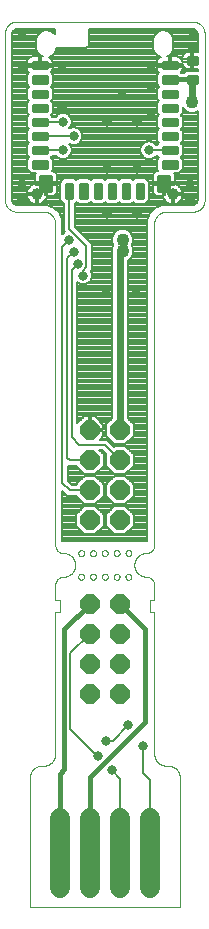
<source format=gtl>
G75*
%MOIN*%
%OFA0B0*%
%FSLAX25Y25*%
%IPPOS*%
%LPD*%
%AMOC8*
5,1,8,0,0,1.08239X$1,22.5*
%
%ADD10C,0.00000*%
%ADD11C,0.01732*%
%ADD12C,0.03937*%
%ADD13C,0.01748*%
%ADD14OC8,0.06362*%
%ADD15C,0.06500*%
%ADD16C,0.00787*%
%ADD17C,0.03150*%
%ADD18C,0.04331*%
%ADD19C,0.02362*%
%ADD20C,0.01575*%
D10*
X-0000984Y0001969D02*
X-0000982Y0002031D01*
X-0000976Y0002094D01*
X-0000966Y0002155D01*
X-0000952Y0002216D01*
X-0000935Y0002276D01*
X-0000914Y0002335D01*
X-0000888Y0002392D01*
X-0000860Y0002447D01*
X-0000828Y0002501D01*
X-0000792Y0002552D01*
X-0000754Y0002602D01*
X-0000712Y0002648D01*
X-0000668Y0002692D01*
X-0000620Y0002733D01*
X-0000571Y0002771D01*
X-0000519Y0002805D01*
X-0000465Y0002836D01*
X-0000409Y0002864D01*
X-0000351Y0002888D01*
X-0000292Y0002909D01*
X-0000232Y0002925D01*
X-0000171Y0002938D01*
X-0000109Y0002947D01*
X-0000047Y0002952D01*
X0000016Y0002953D01*
X0000078Y0002950D01*
X0000140Y0002943D01*
X0000202Y0002932D01*
X0000262Y0002917D01*
X0000322Y0002899D01*
X0000380Y0002877D01*
X0000437Y0002851D01*
X0000492Y0002821D01*
X0000545Y0002788D01*
X0000596Y0002752D01*
X0000644Y0002713D01*
X0000690Y0002670D01*
X0000733Y0002625D01*
X0000773Y0002577D01*
X0000810Y0002527D01*
X0000844Y0002474D01*
X0000875Y0002420D01*
X0000901Y0002364D01*
X0000925Y0002306D01*
X0000944Y0002246D01*
X0000960Y0002186D01*
X0000972Y0002124D01*
X0000980Y0002063D01*
X0000984Y0002000D01*
X0000984Y0001938D01*
X0000980Y0001875D01*
X0000972Y0001814D01*
X0000960Y0001752D01*
X0000944Y0001692D01*
X0000925Y0001632D01*
X0000901Y0001574D01*
X0000875Y0001518D01*
X0000844Y0001464D01*
X0000810Y0001411D01*
X0000773Y0001361D01*
X0000733Y0001313D01*
X0000690Y0001268D01*
X0000644Y0001225D01*
X0000596Y0001186D01*
X0000545Y0001150D01*
X0000492Y0001117D01*
X0000437Y0001087D01*
X0000380Y0001061D01*
X0000322Y0001039D01*
X0000262Y0001021D01*
X0000202Y0001006D01*
X0000140Y0000995D01*
X0000078Y0000988D01*
X0000016Y0000985D01*
X-0000047Y0000986D01*
X-0000109Y0000991D01*
X-0000171Y0001000D01*
X-0000232Y0001013D01*
X-0000292Y0001029D01*
X-0000351Y0001050D01*
X-0000409Y0001074D01*
X-0000465Y0001102D01*
X-0000519Y0001133D01*
X-0000571Y0001167D01*
X-0000620Y0001205D01*
X-0000668Y0001246D01*
X-0000712Y0001290D01*
X-0000754Y0001336D01*
X-0000792Y0001386D01*
X-0000828Y0001437D01*
X-0000860Y0001491D01*
X-0000888Y0001546D01*
X-0000914Y0001603D01*
X-0000935Y0001662D01*
X-0000952Y0001722D01*
X-0000966Y0001783D01*
X-0000976Y0001844D01*
X-0000982Y0001907D01*
X-0000984Y0001969D01*
X-0004921Y0001969D02*
X-0004919Y0002031D01*
X-0004913Y0002094D01*
X-0004903Y0002155D01*
X-0004889Y0002216D01*
X-0004872Y0002276D01*
X-0004851Y0002335D01*
X-0004825Y0002392D01*
X-0004797Y0002447D01*
X-0004765Y0002501D01*
X-0004729Y0002552D01*
X-0004691Y0002602D01*
X-0004649Y0002648D01*
X-0004605Y0002692D01*
X-0004557Y0002733D01*
X-0004508Y0002771D01*
X-0004456Y0002805D01*
X-0004402Y0002836D01*
X-0004346Y0002864D01*
X-0004288Y0002888D01*
X-0004229Y0002909D01*
X-0004169Y0002925D01*
X-0004108Y0002938D01*
X-0004046Y0002947D01*
X-0003984Y0002952D01*
X-0003921Y0002953D01*
X-0003859Y0002950D01*
X-0003797Y0002943D01*
X-0003735Y0002932D01*
X-0003675Y0002917D01*
X-0003615Y0002899D01*
X-0003557Y0002877D01*
X-0003500Y0002851D01*
X-0003445Y0002821D01*
X-0003392Y0002788D01*
X-0003341Y0002752D01*
X-0003293Y0002713D01*
X-0003247Y0002670D01*
X-0003204Y0002625D01*
X-0003164Y0002577D01*
X-0003127Y0002527D01*
X-0003093Y0002474D01*
X-0003062Y0002420D01*
X-0003036Y0002364D01*
X-0003012Y0002306D01*
X-0002993Y0002246D01*
X-0002977Y0002186D01*
X-0002965Y0002124D01*
X-0002957Y0002063D01*
X-0002953Y0002000D01*
X-0002953Y0001938D01*
X-0002957Y0001875D01*
X-0002965Y0001814D01*
X-0002977Y0001752D01*
X-0002993Y0001692D01*
X-0003012Y0001632D01*
X-0003036Y0001574D01*
X-0003062Y0001518D01*
X-0003093Y0001464D01*
X-0003127Y0001411D01*
X-0003164Y0001361D01*
X-0003204Y0001313D01*
X-0003247Y0001268D01*
X-0003293Y0001225D01*
X-0003341Y0001186D01*
X-0003392Y0001150D01*
X-0003445Y0001117D01*
X-0003500Y0001087D01*
X-0003557Y0001061D01*
X-0003615Y0001039D01*
X-0003675Y0001021D01*
X-0003735Y0001006D01*
X-0003797Y0000995D01*
X-0003859Y0000988D01*
X-0003921Y0000985D01*
X-0003984Y0000986D01*
X-0004046Y0000991D01*
X-0004108Y0001000D01*
X-0004169Y0001013D01*
X-0004229Y0001029D01*
X-0004288Y0001050D01*
X-0004346Y0001074D01*
X-0004402Y0001102D01*
X-0004456Y0001133D01*
X-0004508Y0001167D01*
X-0004557Y0001205D01*
X-0004605Y0001246D01*
X-0004649Y0001290D01*
X-0004691Y0001336D01*
X-0004729Y0001386D01*
X-0004765Y0001437D01*
X-0004797Y0001491D01*
X-0004825Y0001546D01*
X-0004851Y0001603D01*
X-0004872Y0001662D01*
X-0004889Y0001722D01*
X-0004903Y0001783D01*
X-0004913Y0001844D01*
X-0004919Y0001907D01*
X-0004921Y0001969D01*
X-0008858Y0001969D02*
X-0008856Y0002031D01*
X-0008850Y0002094D01*
X-0008840Y0002155D01*
X-0008826Y0002216D01*
X-0008809Y0002276D01*
X-0008788Y0002335D01*
X-0008762Y0002392D01*
X-0008734Y0002447D01*
X-0008702Y0002501D01*
X-0008666Y0002552D01*
X-0008628Y0002602D01*
X-0008586Y0002648D01*
X-0008542Y0002692D01*
X-0008494Y0002733D01*
X-0008445Y0002771D01*
X-0008393Y0002805D01*
X-0008339Y0002836D01*
X-0008283Y0002864D01*
X-0008225Y0002888D01*
X-0008166Y0002909D01*
X-0008106Y0002925D01*
X-0008045Y0002938D01*
X-0007983Y0002947D01*
X-0007921Y0002952D01*
X-0007858Y0002953D01*
X-0007796Y0002950D01*
X-0007734Y0002943D01*
X-0007672Y0002932D01*
X-0007612Y0002917D01*
X-0007552Y0002899D01*
X-0007494Y0002877D01*
X-0007437Y0002851D01*
X-0007382Y0002821D01*
X-0007329Y0002788D01*
X-0007278Y0002752D01*
X-0007230Y0002713D01*
X-0007184Y0002670D01*
X-0007141Y0002625D01*
X-0007101Y0002577D01*
X-0007064Y0002527D01*
X-0007030Y0002474D01*
X-0006999Y0002420D01*
X-0006973Y0002364D01*
X-0006949Y0002306D01*
X-0006930Y0002246D01*
X-0006914Y0002186D01*
X-0006902Y0002124D01*
X-0006894Y0002063D01*
X-0006890Y0002000D01*
X-0006890Y0001938D01*
X-0006894Y0001875D01*
X-0006902Y0001814D01*
X-0006914Y0001752D01*
X-0006930Y0001692D01*
X-0006949Y0001632D01*
X-0006973Y0001574D01*
X-0006999Y0001518D01*
X-0007030Y0001464D01*
X-0007064Y0001411D01*
X-0007101Y0001361D01*
X-0007141Y0001313D01*
X-0007184Y0001268D01*
X-0007230Y0001225D01*
X-0007278Y0001186D01*
X-0007329Y0001150D01*
X-0007382Y0001117D01*
X-0007437Y0001087D01*
X-0007494Y0001061D01*
X-0007552Y0001039D01*
X-0007612Y0001021D01*
X-0007672Y0001006D01*
X-0007734Y0000995D01*
X-0007796Y0000988D01*
X-0007858Y0000985D01*
X-0007921Y0000986D01*
X-0007983Y0000991D01*
X-0008045Y0001000D01*
X-0008106Y0001013D01*
X-0008166Y0001029D01*
X-0008225Y0001050D01*
X-0008283Y0001074D01*
X-0008339Y0001102D01*
X-0008393Y0001133D01*
X-0008445Y0001167D01*
X-0008494Y0001205D01*
X-0008542Y0001246D01*
X-0008586Y0001290D01*
X-0008628Y0001336D01*
X-0008666Y0001386D01*
X-0008702Y0001437D01*
X-0008734Y0001491D01*
X-0008762Y0001546D01*
X-0008788Y0001603D01*
X-0008809Y0001662D01*
X-0008826Y0001722D01*
X-0008840Y0001783D01*
X-0008850Y0001844D01*
X-0008856Y0001907D01*
X-0008858Y0001969D01*
X-0008858Y-0005906D02*
X-0008856Y-0005844D01*
X-0008850Y-0005781D01*
X-0008840Y-0005720D01*
X-0008826Y-0005659D01*
X-0008809Y-0005599D01*
X-0008788Y-0005540D01*
X-0008762Y-0005483D01*
X-0008734Y-0005428D01*
X-0008702Y-0005374D01*
X-0008666Y-0005323D01*
X-0008628Y-0005273D01*
X-0008586Y-0005227D01*
X-0008542Y-0005183D01*
X-0008494Y-0005142D01*
X-0008445Y-0005104D01*
X-0008393Y-0005070D01*
X-0008339Y-0005039D01*
X-0008283Y-0005011D01*
X-0008225Y-0004987D01*
X-0008166Y-0004966D01*
X-0008106Y-0004950D01*
X-0008045Y-0004937D01*
X-0007983Y-0004928D01*
X-0007921Y-0004923D01*
X-0007858Y-0004922D01*
X-0007796Y-0004925D01*
X-0007734Y-0004932D01*
X-0007672Y-0004943D01*
X-0007612Y-0004958D01*
X-0007552Y-0004976D01*
X-0007494Y-0004998D01*
X-0007437Y-0005024D01*
X-0007382Y-0005054D01*
X-0007329Y-0005087D01*
X-0007278Y-0005123D01*
X-0007230Y-0005162D01*
X-0007184Y-0005205D01*
X-0007141Y-0005250D01*
X-0007101Y-0005298D01*
X-0007064Y-0005348D01*
X-0007030Y-0005401D01*
X-0006999Y-0005455D01*
X-0006973Y-0005511D01*
X-0006949Y-0005569D01*
X-0006930Y-0005629D01*
X-0006914Y-0005689D01*
X-0006902Y-0005751D01*
X-0006894Y-0005812D01*
X-0006890Y-0005875D01*
X-0006890Y-0005937D01*
X-0006894Y-0006000D01*
X-0006902Y-0006061D01*
X-0006914Y-0006123D01*
X-0006930Y-0006183D01*
X-0006949Y-0006243D01*
X-0006973Y-0006301D01*
X-0006999Y-0006357D01*
X-0007030Y-0006411D01*
X-0007064Y-0006464D01*
X-0007101Y-0006514D01*
X-0007141Y-0006562D01*
X-0007184Y-0006607D01*
X-0007230Y-0006650D01*
X-0007278Y-0006689D01*
X-0007329Y-0006725D01*
X-0007382Y-0006758D01*
X-0007437Y-0006788D01*
X-0007494Y-0006814D01*
X-0007552Y-0006836D01*
X-0007612Y-0006854D01*
X-0007672Y-0006869D01*
X-0007734Y-0006880D01*
X-0007796Y-0006887D01*
X-0007858Y-0006890D01*
X-0007921Y-0006889D01*
X-0007983Y-0006884D01*
X-0008045Y-0006875D01*
X-0008106Y-0006862D01*
X-0008166Y-0006846D01*
X-0008225Y-0006825D01*
X-0008283Y-0006801D01*
X-0008339Y-0006773D01*
X-0008393Y-0006742D01*
X-0008445Y-0006708D01*
X-0008494Y-0006670D01*
X-0008542Y-0006629D01*
X-0008586Y-0006585D01*
X-0008628Y-0006539D01*
X-0008666Y-0006489D01*
X-0008702Y-0006438D01*
X-0008734Y-0006384D01*
X-0008762Y-0006329D01*
X-0008788Y-0006272D01*
X-0008809Y-0006213D01*
X-0008826Y-0006153D01*
X-0008840Y-0006092D01*
X-0008850Y-0006031D01*
X-0008856Y-0005968D01*
X-0008858Y-0005906D01*
X-0013780Y-0005905D02*
X-0013882Y-0005907D01*
X-0013983Y-0005913D01*
X-0014084Y-0005922D01*
X-0014185Y-0005935D01*
X-0014285Y-0005952D01*
X-0014385Y-0005973D01*
X-0014483Y-0005998D01*
X-0014581Y-0006026D01*
X-0014677Y-0006057D01*
X-0014773Y-0006093D01*
X-0014867Y-0006132D01*
X-0014959Y-0006174D01*
X-0015050Y-0006220D01*
X-0015138Y-0006269D01*
X-0015226Y-0006321D01*
X-0015311Y-0006377D01*
X-0015393Y-0006436D01*
X-0015474Y-0006498D01*
X-0015552Y-0006563D01*
X-0015628Y-0006630D01*
X-0015701Y-0006701D01*
X-0015772Y-0006774D01*
X-0015839Y-0006850D01*
X-0015904Y-0006928D01*
X-0015966Y-0007009D01*
X-0016025Y-0007091D01*
X-0016081Y-0007176D01*
X-0016133Y-0007264D01*
X-0016182Y-0007352D01*
X-0016228Y-0007443D01*
X-0016270Y-0007535D01*
X-0016309Y-0007629D01*
X-0016345Y-0007725D01*
X-0016376Y-0007821D01*
X-0016404Y-0007919D01*
X-0016429Y-0008017D01*
X-0016450Y-0008117D01*
X-0016467Y-0008217D01*
X-0016480Y-0008318D01*
X-0016489Y-0008419D01*
X-0016495Y-0008520D01*
X-0016497Y-0008622D01*
X-0016496Y-0008622D02*
X-0016496Y-0013780D01*
X-0014961Y-0013780D01*
X-0014961Y-0017717D01*
X-0016496Y-0017717D01*
X-0016496Y-0064961D01*
X-0016498Y-0065085D01*
X-0016504Y-0065208D01*
X-0016513Y-0065332D01*
X-0016527Y-0065454D01*
X-0016544Y-0065577D01*
X-0016566Y-0065699D01*
X-0016591Y-0065820D01*
X-0016620Y-0065940D01*
X-0016652Y-0066059D01*
X-0016689Y-0066178D01*
X-0016729Y-0066295D01*
X-0016772Y-0066410D01*
X-0016820Y-0066525D01*
X-0016871Y-0066637D01*
X-0016925Y-0066748D01*
X-0016983Y-0066858D01*
X-0017044Y-0066965D01*
X-0017109Y-0067071D01*
X-0017177Y-0067174D01*
X-0017248Y-0067275D01*
X-0017322Y-0067374D01*
X-0017399Y-0067471D01*
X-0017480Y-0067565D01*
X-0017563Y-0067656D01*
X-0017649Y-0067745D01*
X-0017738Y-0067831D01*
X-0017829Y-0067914D01*
X-0017923Y-0067995D01*
X-0018020Y-0068072D01*
X-0018119Y-0068146D01*
X-0018220Y-0068217D01*
X-0018323Y-0068285D01*
X-0018429Y-0068350D01*
X-0018536Y-0068411D01*
X-0018646Y-0068469D01*
X-0018757Y-0068523D01*
X-0018869Y-0068574D01*
X-0018984Y-0068622D01*
X-0019099Y-0068665D01*
X-0019216Y-0068705D01*
X-0019335Y-0068742D01*
X-0019454Y-0068774D01*
X-0019574Y-0068803D01*
X-0019695Y-0068828D01*
X-0019817Y-0068850D01*
X-0019940Y-0068867D01*
X-0020062Y-0068881D01*
X-0020186Y-0068890D01*
X-0020309Y-0068896D01*
X-0020433Y-0068898D01*
X-0021063Y-0068898D01*
X-0021187Y-0068900D01*
X-0021310Y-0068906D01*
X-0021434Y-0068915D01*
X-0021556Y-0068929D01*
X-0021679Y-0068946D01*
X-0021801Y-0068968D01*
X-0021922Y-0068993D01*
X-0022042Y-0069022D01*
X-0022161Y-0069054D01*
X-0022280Y-0069091D01*
X-0022397Y-0069131D01*
X-0022512Y-0069174D01*
X-0022627Y-0069222D01*
X-0022739Y-0069273D01*
X-0022850Y-0069327D01*
X-0022960Y-0069385D01*
X-0023067Y-0069446D01*
X-0023173Y-0069511D01*
X-0023276Y-0069579D01*
X-0023377Y-0069650D01*
X-0023476Y-0069724D01*
X-0023573Y-0069801D01*
X-0023667Y-0069882D01*
X-0023758Y-0069965D01*
X-0023847Y-0070051D01*
X-0023933Y-0070140D01*
X-0024016Y-0070231D01*
X-0024097Y-0070325D01*
X-0024174Y-0070422D01*
X-0024248Y-0070521D01*
X-0024319Y-0070622D01*
X-0024387Y-0070725D01*
X-0024452Y-0070831D01*
X-0024513Y-0070938D01*
X-0024571Y-0071048D01*
X-0024625Y-0071159D01*
X-0024676Y-0071271D01*
X-0024724Y-0071386D01*
X-0024767Y-0071501D01*
X-0024807Y-0071618D01*
X-0024844Y-0071737D01*
X-0024876Y-0071856D01*
X-0024905Y-0071976D01*
X-0024930Y-0072097D01*
X-0024952Y-0072219D01*
X-0024969Y-0072342D01*
X-0024983Y-0072464D01*
X-0024992Y-0072588D01*
X-0024998Y-0072711D01*
X-0025000Y-0072835D01*
X-0025000Y-0115945D01*
X0025000Y-0115945D01*
X0025000Y-0072835D01*
X0024998Y-0072711D01*
X0024992Y-0072588D01*
X0024983Y-0072464D01*
X0024969Y-0072342D01*
X0024952Y-0072219D01*
X0024930Y-0072097D01*
X0024905Y-0071976D01*
X0024876Y-0071856D01*
X0024844Y-0071737D01*
X0024807Y-0071618D01*
X0024767Y-0071501D01*
X0024724Y-0071386D01*
X0024676Y-0071271D01*
X0024625Y-0071159D01*
X0024571Y-0071048D01*
X0024513Y-0070938D01*
X0024452Y-0070831D01*
X0024387Y-0070725D01*
X0024319Y-0070622D01*
X0024248Y-0070521D01*
X0024174Y-0070422D01*
X0024097Y-0070325D01*
X0024016Y-0070231D01*
X0023933Y-0070140D01*
X0023847Y-0070051D01*
X0023758Y-0069965D01*
X0023667Y-0069882D01*
X0023573Y-0069801D01*
X0023476Y-0069724D01*
X0023377Y-0069650D01*
X0023276Y-0069579D01*
X0023173Y-0069511D01*
X0023067Y-0069446D01*
X0022960Y-0069385D01*
X0022850Y-0069327D01*
X0022739Y-0069273D01*
X0022627Y-0069222D01*
X0022512Y-0069174D01*
X0022397Y-0069131D01*
X0022280Y-0069091D01*
X0022161Y-0069054D01*
X0022042Y-0069022D01*
X0021922Y-0068993D01*
X0021801Y-0068968D01*
X0021679Y-0068946D01*
X0021556Y-0068929D01*
X0021434Y-0068915D01*
X0021310Y-0068906D01*
X0021187Y-0068900D01*
X0021063Y-0068898D01*
X0020433Y-0068898D01*
X0020309Y-0068896D01*
X0020186Y-0068890D01*
X0020062Y-0068881D01*
X0019940Y-0068867D01*
X0019817Y-0068850D01*
X0019695Y-0068828D01*
X0019574Y-0068803D01*
X0019454Y-0068774D01*
X0019335Y-0068742D01*
X0019216Y-0068705D01*
X0019099Y-0068665D01*
X0018984Y-0068622D01*
X0018869Y-0068574D01*
X0018757Y-0068523D01*
X0018646Y-0068469D01*
X0018536Y-0068411D01*
X0018429Y-0068350D01*
X0018323Y-0068285D01*
X0018220Y-0068217D01*
X0018119Y-0068146D01*
X0018020Y-0068072D01*
X0017923Y-0067995D01*
X0017829Y-0067914D01*
X0017738Y-0067831D01*
X0017649Y-0067745D01*
X0017563Y-0067656D01*
X0017480Y-0067565D01*
X0017399Y-0067471D01*
X0017322Y-0067374D01*
X0017248Y-0067275D01*
X0017177Y-0067174D01*
X0017109Y-0067071D01*
X0017044Y-0066965D01*
X0016983Y-0066858D01*
X0016925Y-0066748D01*
X0016871Y-0066637D01*
X0016820Y-0066525D01*
X0016772Y-0066410D01*
X0016729Y-0066295D01*
X0016689Y-0066178D01*
X0016652Y-0066059D01*
X0016620Y-0065940D01*
X0016591Y-0065820D01*
X0016566Y-0065699D01*
X0016544Y-0065577D01*
X0016527Y-0065454D01*
X0016513Y-0065332D01*
X0016504Y-0065208D01*
X0016498Y-0065085D01*
X0016496Y-0064961D01*
X0016496Y-0017717D01*
X0014961Y-0017717D01*
X0014961Y-0013780D01*
X0016496Y-0013780D01*
X0016496Y-0008622D01*
X0016497Y-0008622D02*
X0016495Y-0008520D01*
X0016489Y-0008419D01*
X0016480Y-0008318D01*
X0016467Y-0008217D01*
X0016450Y-0008117D01*
X0016429Y-0008017D01*
X0016404Y-0007919D01*
X0016376Y-0007821D01*
X0016345Y-0007725D01*
X0016309Y-0007629D01*
X0016270Y-0007535D01*
X0016228Y-0007443D01*
X0016182Y-0007352D01*
X0016133Y-0007264D01*
X0016081Y-0007176D01*
X0016025Y-0007091D01*
X0015966Y-0007009D01*
X0015904Y-0006928D01*
X0015839Y-0006850D01*
X0015772Y-0006774D01*
X0015701Y-0006701D01*
X0015628Y-0006630D01*
X0015552Y-0006563D01*
X0015474Y-0006498D01*
X0015393Y-0006436D01*
X0015311Y-0006377D01*
X0015226Y-0006321D01*
X0015139Y-0006269D01*
X0015050Y-0006220D01*
X0014959Y-0006174D01*
X0014867Y-0006132D01*
X0014773Y-0006093D01*
X0014677Y-0006057D01*
X0014581Y-0006026D01*
X0014483Y-0005998D01*
X0014385Y-0005973D01*
X0014285Y-0005952D01*
X0014185Y-0005935D01*
X0014084Y-0005922D01*
X0013983Y-0005913D01*
X0013882Y-0005907D01*
X0013780Y-0005905D01*
X0013780Y-0005906D02*
X0013656Y-0005904D01*
X0013533Y-0005898D01*
X0013409Y-0005889D01*
X0013287Y-0005875D01*
X0013164Y-0005858D01*
X0013042Y-0005836D01*
X0012921Y-0005811D01*
X0012801Y-0005782D01*
X0012682Y-0005750D01*
X0012563Y-0005713D01*
X0012446Y-0005673D01*
X0012331Y-0005630D01*
X0012216Y-0005582D01*
X0012104Y-0005531D01*
X0011993Y-0005477D01*
X0011883Y-0005419D01*
X0011776Y-0005358D01*
X0011670Y-0005293D01*
X0011567Y-0005225D01*
X0011466Y-0005154D01*
X0011367Y-0005080D01*
X0011270Y-0005003D01*
X0011176Y-0004922D01*
X0011085Y-0004839D01*
X0010996Y-0004753D01*
X0010910Y-0004664D01*
X0010827Y-0004573D01*
X0010746Y-0004479D01*
X0010669Y-0004382D01*
X0010595Y-0004283D01*
X0010524Y-0004182D01*
X0010456Y-0004079D01*
X0010391Y-0003973D01*
X0010330Y-0003866D01*
X0010272Y-0003756D01*
X0010218Y-0003645D01*
X0010167Y-0003533D01*
X0010119Y-0003418D01*
X0010076Y-0003303D01*
X0010036Y-0003186D01*
X0009999Y-0003067D01*
X0009967Y-0002948D01*
X0009938Y-0002828D01*
X0009913Y-0002707D01*
X0009891Y-0002585D01*
X0009874Y-0002462D01*
X0009860Y-0002340D01*
X0009851Y-0002216D01*
X0009845Y-0002093D01*
X0009843Y-0001969D01*
X0006890Y-0005906D02*
X0006892Y-0005844D01*
X0006898Y-0005781D01*
X0006908Y-0005720D01*
X0006922Y-0005659D01*
X0006939Y-0005599D01*
X0006960Y-0005540D01*
X0006986Y-0005483D01*
X0007014Y-0005428D01*
X0007046Y-0005374D01*
X0007082Y-0005323D01*
X0007120Y-0005273D01*
X0007162Y-0005227D01*
X0007206Y-0005183D01*
X0007254Y-0005142D01*
X0007303Y-0005104D01*
X0007355Y-0005070D01*
X0007409Y-0005039D01*
X0007465Y-0005011D01*
X0007523Y-0004987D01*
X0007582Y-0004966D01*
X0007642Y-0004950D01*
X0007703Y-0004937D01*
X0007765Y-0004928D01*
X0007827Y-0004923D01*
X0007890Y-0004922D01*
X0007952Y-0004925D01*
X0008014Y-0004932D01*
X0008076Y-0004943D01*
X0008136Y-0004958D01*
X0008196Y-0004976D01*
X0008254Y-0004998D01*
X0008311Y-0005024D01*
X0008366Y-0005054D01*
X0008419Y-0005087D01*
X0008470Y-0005123D01*
X0008518Y-0005162D01*
X0008564Y-0005205D01*
X0008607Y-0005250D01*
X0008647Y-0005298D01*
X0008684Y-0005348D01*
X0008718Y-0005401D01*
X0008749Y-0005455D01*
X0008775Y-0005511D01*
X0008799Y-0005569D01*
X0008818Y-0005629D01*
X0008834Y-0005689D01*
X0008846Y-0005751D01*
X0008854Y-0005812D01*
X0008858Y-0005875D01*
X0008858Y-0005937D01*
X0008854Y-0006000D01*
X0008846Y-0006061D01*
X0008834Y-0006123D01*
X0008818Y-0006183D01*
X0008799Y-0006243D01*
X0008775Y-0006301D01*
X0008749Y-0006357D01*
X0008718Y-0006411D01*
X0008684Y-0006464D01*
X0008647Y-0006514D01*
X0008607Y-0006562D01*
X0008564Y-0006607D01*
X0008518Y-0006650D01*
X0008470Y-0006689D01*
X0008419Y-0006725D01*
X0008366Y-0006758D01*
X0008311Y-0006788D01*
X0008254Y-0006814D01*
X0008196Y-0006836D01*
X0008136Y-0006854D01*
X0008076Y-0006869D01*
X0008014Y-0006880D01*
X0007952Y-0006887D01*
X0007890Y-0006890D01*
X0007827Y-0006889D01*
X0007765Y-0006884D01*
X0007703Y-0006875D01*
X0007642Y-0006862D01*
X0007582Y-0006846D01*
X0007523Y-0006825D01*
X0007465Y-0006801D01*
X0007409Y-0006773D01*
X0007355Y-0006742D01*
X0007303Y-0006708D01*
X0007254Y-0006670D01*
X0007206Y-0006629D01*
X0007162Y-0006585D01*
X0007120Y-0006539D01*
X0007082Y-0006489D01*
X0007046Y-0006438D01*
X0007014Y-0006384D01*
X0006986Y-0006329D01*
X0006960Y-0006272D01*
X0006939Y-0006213D01*
X0006922Y-0006153D01*
X0006908Y-0006092D01*
X0006898Y-0006031D01*
X0006892Y-0005968D01*
X0006890Y-0005906D01*
X0002953Y-0005906D02*
X0002955Y-0005844D01*
X0002961Y-0005781D01*
X0002971Y-0005720D01*
X0002985Y-0005659D01*
X0003002Y-0005599D01*
X0003023Y-0005540D01*
X0003049Y-0005483D01*
X0003077Y-0005428D01*
X0003109Y-0005374D01*
X0003145Y-0005323D01*
X0003183Y-0005273D01*
X0003225Y-0005227D01*
X0003269Y-0005183D01*
X0003317Y-0005142D01*
X0003366Y-0005104D01*
X0003418Y-0005070D01*
X0003472Y-0005039D01*
X0003528Y-0005011D01*
X0003586Y-0004987D01*
X0003645Y-0004966D01*
X0003705Y-0004950D01*
X0003766Y-0004937D01*
X0003828Y-0004928D01*
X0003890Y-0004923D01*
X0003953Y-0004922D01*
X0004015Y-0004925D01*
X0004077Y-0004932D01*
X0004139Y-0004943D01*
X0004199Y-0004958D01*
X0004259Y-0004976D01*
X0004317Y-0004998D01*
X0004374Y-0005024D01*
X0004429Y-0005054D01*
X0004482Y-0005087D01*
X0004533Y-0005123D01*
X0004581Y-0005162D01*
X0004627Y-0005205D01*
X0004670Y-0005250D01*
X0004710Y-0005298D01*
X0004747Y-0005348D01*
X0004781Y-0005401D01*
X0004812Y-0005455D01*
X0004838Y-0005511D01*
X0004862Y-0005569D01*
X0004881Y-0005629D01*
X0004897Y-0005689D01*
X0004909Y-0005751D01*
X0004917Y-0005812D01*
X0004921Y-0005875D01*
X0004921Y-0005937D01*
X0004917Y-0006000D01*
X0004909Y-0006061D01*
X0004897Y-0006123D01*
X0004881Y-0006183D01*
X0004862Y-0006243D01*
X0004838Y-0006301D01*
X0004812Y-0006357D01*
X0004781Y-0006411D01*
X0004747Y-0006464D01*
X0004710Y-0006514D01*
X0004670Y-0006562D01*
X0004627Y-0006607D01*
X0004581Y-0006650D01*
X0004533Y-0006689D01*
X0004482Y-0006725D01*
X0004429Y-0006758D01*
X0004374Y-0006788D01*
X0004317Y-0006814D01*
X0004259Y-0006836D01*
X0004199Y-0006854D01*
X0004139Y-0006869D01*
X0004077Y-0006880D01*
X0004015Y-0006887D01*
X0003953Y-0006890D01*
X0003890Y-0006889D01*
X0003828Y-0006884D01*
X0003766Y-0006875D01*
X0003705Y-0006862D01*
X0003645Y-0006846D01*
X0003586Y-0006825D01*
X0003528Y-0006801D01*
X0003472Y-0006773D01*
X0003418Y-0006742D01*
X0003366Y-0006708D01*
X0003317Y-0006670D01*
X0003269Y-0006629D01*
X0003225Y-0006585D01*
X0003183Y-0006539D01*
X0003145Y-0006489D01*
X0003109Y-0006438D01*
X0003077Y-0006384D01*
X0003049Y-0006329D01*
X0003023Y-0006272D01*
X0003002Y-0006213D01*
X0002985Y-0006153D01*
X0002971Y-0006092D01*
X0002961Y-0006031D01*
X0002955Y-0005968D01*
X0002953Y-0005906D01*
X0002953Y0001969D02*
X0002955Y0002031D01*
X0002961Y0002094D01*
X0002971Y0002155D01*
X0002985Y0002216D01*
X0003002Y0002276D01*
X0003023Y0002335D01*
X0003049Y0002392D01*
X0003077Y0002447D01*
X0003109Y0002501D01*
X0003145Y0002552D01*
X0003183Y0002602D01*
X0003225Y0002648D01*
X0003269Y0002692D01*
X0003317Y0002733D01*
X0003366Y0002771D01*
X0003418Y0002805D01*
X0003472Y0002836D01*
X0003528Y0002864D01*
X0003586Y0002888D01*
X0003645Y0002909D01*
X0003705Y0002925D01*
X0003766Y0002938D01*
X0003828Y0002947D01*
X0003890Y0002952D01*
X0003953Y0002953D01*
X0004015Y0002950D01*
X0004077Y0002943D01*
X0004139Y0002932D01*
X0004199Y0002917D01*
X0004259Y0002899D01*
X0004317Y0002877D01*
X0004374Y0002851D01*
X0004429Y0002821D01*
X0004482Y0002788D01*
X0004533Y0002752D01*
X0004581Y0002713D01*
X0004627Y0002670D01*
X0004670Y0002625D01*
X0004710Y0002577D01*
X0004747Y0002527D01*
X0004781Y0002474D01*
X0004812Y0002420D01*
X0004838Y0002364D01*
X0004862Y0002306D01*
X0004881Y0002246D01*
X0004897Y0002186D01*
X0004909Y0002124D01*
X0004917Y0002063D01*
X0004921Y0002000D01*
X0004921Y0001938D01*
X0004917Y0001875D01*
X0004909Y0001814D01*
X0004897Y0001752D01*
X0004881Y0001692D01*
X0004862Y0001632D01*
X0004838Y0001574D01*
X0004812Y0001518D01*
X0004781Y0001464D01*
X0004747Y0001411D01*
X0004710Y0001361D01*
X0004670Y0001313D01*
X0004627Y0001268D01*
X0004581Y0001225D01*
X0004533Y0001186D01*
X0004482Y0001150D01*
X0004429Y0001117D01*
X0004374Y0001087D01*
X0004317Y0001061D01*
X0004259Y0001039D01*
X0004199Y0001021D01*
X0004139Y0001006D01*
X0004077Y0000995D01*
X0004015Y0000988D01*
X0003953Y0000985D01*
X0003890Y0000986D01*
X0003828Y0000991D01*
X0003766Y0001000D01*
X0003705Y0001013D01*
X0003645Y0001029D01*
X0003586Y0001050D01*
X0003528Y0001074D01*
X0003472Y0001102D01*
X0003418Y0001133D01*
X0003366Y0001167D01*
X0003317Y0001205D01*
X0003269Y0001246D01*
X0003225Y0001290D01*
X0003183Y0001336D01*
X0003145Y0001386D01*
X0003109Y0001437D01*
X0003077Y0001491D01*
X0003049Y0001546D01*
X0003023Y0001603D01*
X0003002Y0001662D01*
X0002985Y0001722D01*
X0002971Y0001783D01*
X0002961Y0001844D01*
X0002955Y0001907D01*
X0002953Y0001969D01*
X0006890Y0001969D02*
X0006892Y0002031D01*
X0006898Y0002094D01*
X0006908Y0002155D01*
X0006922Y0002216D01*
X0006939Y0002276D01*
X0006960Y0002335D01*
X0006986Y0002392D01*
X0007014Y0002447D01*
X0007046Y0002501D01*
X0007082Y0002552D01*
X0007120Y0002602D01*
X0007162Y0002648D01*
X0007206Y0002692D01*
X0007254Y0002733D01*
X0007303Y0002771D01*
X0007355Y0002805D01*
X0007409Y0002836D01*
X0007465Y0002864D01*
X0007523Y0002888D01*
X0007582Y0002909D01*
X0007642Y0002925D01*
X0007703Y0002938D01*
X0007765Y0002947D01*
X0007827Y0002952D01*
X0007890Y0002953D01*
X0007952Y0002950D01*
X0008014Y0002943D01*
X0008076Y0002932D01*
X0008136Y0002917D01*
X0008196Y0002899D01*
X0008254Y0002877D01*
X0008311Y0002851D01*
X0008366Y0002821D01*
X0008419Y0002788D01*
X0008470Y0002752D01*
X0008518Y0002713D01*
X0008564Y0002670D01*
X0008607Y0002625D01*
X0008647Y0002577D01*
X0008684Y0002527D01*
X0008718Y0002474D01*
X0008749Y0002420D01*
X0008775Y0002364D01*
X0008799Y0002306D01*
X0008818Y0002246D01*
X0008834Y0002186D01*
X0008846Y0002124D01*
X0008854Y0002063D01*
X0008858Y0002000D01*
X0008858Y0001938D01*
X0008854Y0001875D01*
X0008846Y0001814D01*
X0008834Y0001752D01*
X0008818Y0001692D01*
X0008799Y0001632D01*
X0008775Y0001574D01*
X0008749Y0001518D01*
X0008718Y0001464D01*
X0008684Y0001411D01*
X0008647Y0001361D01*
X0008607Y0001313D01*
X0008564Y0001268D01*
X0008518Y0001225D01*
X0008470Y0001186D01*
X0008419Y0001150D01*
X0008366Y0001117D01*
X0008311Y0001087D01*
X0008254Y0001061D01*
X0008196Y0001039D01*
X0008136Y0001021D01*
X0008076Y0001006D01*
X0008014Y0000995D01*
X0007952Y0000988D01*
X0007890Y0000985D01*
X0007827Y0000986D01*
X0007765Y0000991D01*
X0007703Y0001000D01*
X0007642Y0001013D01*
X0007582Y0001029D01*
X0007523Y0001050D01*
X0007465Y0001074D01*
X0007409Y0001102D01*
X0007355Y0001133D01*
X0007303Y0001167D01*
X0007254Y0001205D01*
X0007206Y0001246D01*
X0007162Y0001290D01*
X0007120Y0001336D01*
X0007082Y0001386D01*
X0007046Y0001437D01*
X0007014Y0001491D01*
X0006986Y0001546D01*
X0006960Y0001603D01*
X0006939Y0001662D01*
X0006922Y0001722D01*
X0006908Y0001783D01*
X0006898Y0001844D01*
X0006892Y0001907D01*
X0006890Y0001969D01*
X0013780Y0001968D02*
X0013882Y0001970D01*
X0013983Y0001976D01*
X0014084Y0001985D01*
X0014185Y0001998D01*
X0014285Y0002015D01*
X0014385Y0002036D01*
X0014483Y0002061D01*
X0014581Y0002089D01*
X0014677Y0002120D01*
X0014773Y0002156D01*
X0014867Y0002195D01*
X0014959Y0002237D01*
X0015050Y0002283D01*
X0015138Y0002332D01*
X0015226Y0002384D01*
X0015311Y0002440D01*
X0015393Y0002499D01*
X0015474Y0002561D01*
X0015552Y0002626D01*
X0015628Y0002693D01*
X0015701Y0002764D01*
X0015772Y0002837D01*
X0015839Y0002913D01*
X0015904Y0002991D01*
X0015966Y0003072D01*
X0016025Y0003154D01*
X0016081Y0003239D01*
X0016133Y0003326D01*
X0016182Y0003415D01*
X0016228Y0003506D01*
X0016270Y0003598D01*
X0016309Y0003692D01*
X0016345Y0003788D01*
X0016376Y0003884D01*
X0016404Y0003982D01*
X0016429Y0004080D01*
X0016450Y0004180D01*
X0016467Y0004280D01*
X0016480Y0004381D01*
X0016489Y0004482D01*
X0016495Y0004583D01*
X0016497Y0004685D01*
X0016496Y0004685D02*
X0016496Y0111811D01*
X0016498Y0111935D01*
X0016504Y0112058D01*
X0016513Y0112182D01*
X0016527Y0112304D01*
X0016544Y0112427D01*
X0016566Y0112549D01*
X0016591Y0112670D01*
X0016620Y0112790D01*
X0016652Y0112909D01*
X0016689Y0113028D01*
X0016729Y0113145D01*
X0016772Y0113260D01*
X0016820Y0113375D01*
X0016871Y0113487D01*
X0016925Y0113598D01*
X0016983Y0113708D01*
X0017044Y0113815D01*
X0017109Y0113921D01*
X0017177Y0114024D01*
X0017248Y0114125D01*
X0017322Y0114224D01*
X0017399Y0114321D01*
X0017480Y0114415D01*
X0017563Y0114506D01*
X0017649Y0114595D01*
X0017738Y0114681D01*
X0017829Y0114764D01*
X0017923Y0114845D01*
X0018020Y0114922D01*
X0018119Y0114996D01*
X0018220Y0115067D01*
X0018323Y0115135D01*
X0018429Y0115200D01*
X0018536Y0115261D01*
X0018646Y0115319D01*
X0018757Y0115373D01*
X0018869Y0115424D01*
X0018984Y0115472D01*
X0019099Y0115515D01*
X0019216Y0115555D01*
X0019335Y0115592D01*
X0019454Y0115624D01*
X0019574Y0115653D01*
X0019695Y0115678D01*
X0019817Y0115700D01*
X0019940Y0115717D01*
X0020062Y0115731D01*
X0020186Y0115740D01*
X0020309Y0115746D01*
X0020433Y0115748D01*
X0029331Y0115748D01*
X0029455Y0115750D01*
X0029578Y0115756D01*
X0029702Y0115765D01*
X0029824Y0115779D01*
X0029947Y0115796D01*
X0030069Y0115818D01*
X0030190Y0115843D01*
X0030310Y0115872D01*
X0030429Y0115904D01*
X0030548Y0115941D01*
X0030665Y0115981D01*
X0030780Y0116024D01*
X0030895Y0116072D01*
X0031007Y0116123D01*
X0031118Y0116177D01*
X0031228Y0116235D01*
X0031335Y0116296D01*
X0031441Y0116361D01*
X0031544Y0116429D01*
X0031645Y0116500D01*
X0031744Y0116574D01*
X0031841Y0116651D01*
X0031935Y0116732D01*
X0032026Y0116815D01*
X0032115Y0116901D01*
X0032201Y0116990D01*
X0032284Y0117081D01*
X0032365Y0117175D01*
X0032442Y0117272D01*
X0032516Y0117371D01*
X0032587Y0117472D01*
X0032655Y0117575D01*
X0032720Y0117681D01*
X0032781Y0117788D01*
X0032839Y0117898D01*
X0032893Y0118009D01*
X0032944Y0118121D01*
X0032992Y0118236D01*
X0033035Y0118351D01*
X0033075Y0118468D01*
X0033112Y0118587D01*
X0033144Y0118706D01*
X0033173Y0118826D01*
X0033198Y0118947D01*
X0033220Y0119069D01*
X0033237Y0119192D01*
X0033251Y0119314D01*
X0033260Y0119438D01*
X0033266Y0119561D01*
X0033268Y0119685D01*
X0033268Y0175197D01*
X0033266Y0175321D01*
X0033260Y0175444D01*
X0033251Y0175568D01*
X0033237Y0175690D01*
X0033220Y0175813D01*
X0033198Y0175935D01*
X0033173Y0176056D01*
X0033144Y0176176D01*
X0033112Y0176295D01*
X0033075Y0176414D01*
X0033035Y0176531D01*
X0032992Y0176646D01*
X0032944Y0176761D01*
X0032893Y0176873D01*
X0032839Y0176984D01*
X0032781Y0177094D01*
X0032720Y0177201D01*
X0032655Y0177307D01*
X0032587Y0177410D01*
X0032516Y0177511D01*
X0032442Y0177610D01*
X0032365Y0177707D01*
X0032284Y0177801D01*
X0032201Y0177892D01*
X0032115Y0177981D01*
X0032026Y0178067D01*
X0031935Y0178150D01*
X0031841Y0178231D01*
X0031744Y0178308D01*
X0031645Y0178382D01*
X0031544Y0178453D01*
X0031441Y0178521D01*
X0031335Y0178586D01*
X0031228Y0178647D01*
X0031118Y0178705D01*
X0031007Y0178759D01*
X0030895Y0178810D01*
X0030780Y0178858D01*
X0030665Y0178901D01*
X0030548Y0178941D01*
X0030429Y0178978D01*
X0030310Y0179010D01*
X0030190Y0179039D01*
X0030069Y0179064D01*
X0029947Y0179086D01*
X0029824Y0179103D01*
X0029702Y0179117D01*
X0029578Y0179126D01*
X0029455Y0179132D01*
X0029331Y0179134D01*
X-0029331Y0179134D01*
X-0029455Y0179132D01*
X-0029578Y0179126D01*
X-0029702Y0179117D01*
X-0029824Y0179103D01*
X-0029947Y0179086D01*
X-0030069Y0179064D01*
X-0030190Y0179039D01*
X-0030310Y0179010D01*
X-0030429Y0178978D01*
X-0030548Y0178941D01*
X-0030665Y0178901D01*
X-0030780Y0178858D01*
X-0030895Y0178810D01*
X-0031007Y0178759D01*
X-0031118Y0178705D01*
X-0031228Y0178647D01*
X-0031335Y0178586D01*
X-0031441Y0178521D01*
X-0031544Y0178453D01*
X-0031645Y0178382D01*
X-0031744Y0178308D01*
X-0031841Y0178231D01*
X-0031935Y0178150D01*
X-0032026Y0178067D01*
X-0032115Y0177981D01*
X-0032201Y0177892D01*
X-0032284Y0177801D01*
X-0032365Y0177707D01*
X-0032442Y0177610D01*
X-0032516Y0177511D01*
X-0032587Y0177410D01*
X-0032655Y0177307D01*
X-0032720Y0177201D01*
X-0032781Y0177094D01*
X-0032839Y0176984D01*
X-0032893Y0176873D01*
X-0032944Y0176761D01*
X-0032992Y0176646D01*
X-0033035Y0176531D01*
X-0033075Y0176414D01*
X-0033112Y0176295D01*
X-0033144Y0176176D01*
X-0033173Y0176056D01*
X-0033198Y0175935D01*
X-0033220Y0175813D01*
X-0033237Y0175690D01*
X-0033251Y0175568D01*
X-0033260Y0175444D01*
X-0033266Y0175321D01*
X-0033268Y0175197D01*
X-0033268Y0119685D01*
X-0033266Y0119561D01*
X-0033260Y0119438D01*
X-0033251Y0119314D01*
X-0033237Y0119192D01*
X-0033220Y0119069D01*
X-0033198Y0118947D01*
X-0033173Y0118826D01*
X-0033144Y0118706D01*
X-0033112Y0118587D01*
X-0033075Y0118468D01*
X-0033035Y0118351D01*
X-0032992Y0118236D01*
X-0032944Y0118121D01*
X-0032893Y0118009D01*
X-0032839Y0117898D01*
X-0032781Y0117788D01*
X-0032720Y0117681D01*
X-0032655Y0117575D01*
X-0032587Y0117472D01*
X-0032516Y0117371D01*
X-0032442Y0117272D01*
X-0032365Y0117175D01*
X-0032284Y0117081D01*
X-0032201Y0116990D01*
X-0032115Y0116901D01*
X-0032026Y0116815D01*
X-0031935Y0116732D01*
X-0031841Y0116651D01*
X-0031744Y0116574D01*
X-0031645Y0116500D01*
X-0031544Y0116429D01*
X-0031441Y0116361D01*
X-0031335Y0116296D01*
X-0031228Y0116235D01*
X-0031118Y0116177D01*
X-0031007Y0116123D01*
X-0030895Y0116072D01*
X-0030780Y0116024D01*
X-0030665Y0115981D01*
X-0030548Y0115941D01*
X-0030429Y0115904D01*
X-0030310Y0115872D01*
X-0030190Y0115843D01*
X-0030069Y0115818D01*
X-0029947Y0115796D01*
X-0029824Y0115779D01*
X-0029702Y0115765D01*
X-0029578Y0115756D01*
X-0029455Y0115750D01*
X-0029331Y0115748D01*
X-0020433Y0115748D01*
X-0020309Y0115746D01*
X-0020186Y0115740D01*
X-0020062Y0115731D01*
X-0019940Y0115717D01*
X-0019817Y0115700D01*
X-0019695Y0115678D01*
X-0019574Y0115653D01*
X-0019454Y0115624D01*
X-0019335Y0115592D01*
X-0019216Y0115555D01*
X-0019099Y0115515D01*
X-0018984Y0115472D01*
X-0018869Y0115424D01*
X-0018757Y0115373D01*
X-0018646Y0115319D01*
X-0018536Y0115261D01*
X-0018429Y0115200D01*
X-0018323Y0115135D01*
X-0018220Y0115067D01*
X-0018119Y0114996D01*
X-0018020Y0114922D01*
X-0017923Y0114845D01*
X-0017829Y0114764D01*
X-0017738Y0114681D01*
X-0017649Y0114595D01*
X-0017563Y0114506D01*
X-0017480Y0114415D01*
X-0017399Y0114321D01*
X-0017322Y0114224D01*
X-0017248Y0114125D01*
X-0017177Y0114024D01*
X-0017109Y0113921D01*
X-0017044Y0113815D01*
X-0016983Y0113708D01*
X-0016925Y0113598D01*
X-0016871Y0113487D01*
X-0016820Y0113375D01*
X-0016772Y0113260D01*
X-0016729Y0113145D01*
X-0016689Y0113028D01*
X-0016652Y0112909D01*
X-0016620Y0112790D01*
X-0016591Y0112670D01*
X-0016566Y0112549D01*
X-0016544Y0112427D01*
X-0016527Y0112304D01*
X-0016513Y0112182D01*
X-0016504Y0112058D01*
X-0016498Y0111935D01*
X-0016496Y0111811D01*
X-0016496Y0004685D01*
X-0016497Y0004685D02*
X-0016495Y0004583D01*
X-0016489Y0004482D01*
X-0016480Y0004381D01*
X-0016467Y0004280D01*
X-0016450Y0004180D01*
X-0016429Y0004080D01*
X-0016404Y0003982D01*
X-0016376Y0003884D01*
X-0016345Y0003788D01*
X-0016309Y0003692D01*
X-0016270Y0003598D01*
X-0016228Y0003506D01*
X-0016182Y0003415D01*
X-0016133Y0003326D01*
X-0016081Y0003239D01*
X-0016025Y0003154D01*
X-0015966Y0003072D01*
X-0015904Y0002991D01*
X-0015839Y0002913D01*
X-0015772Y0002837D01*
X-0015701Y0002764D01*
X-0015628Y0002693D01*
X-0015552Y0002626D01*
X-0015474Y0002561D01*
X-0015393Y0002499D01*
X-0015311Y0002440D01*
X-0015226Y0002384D01*
X-0015138Y0002332D01*
X-0015050Y0002283D01*
X-0014959Y0002237D01*
X-0014867Y0002195D01*
X-0014773Y0002156D01*
X-0014677Y0002120D01*
X-0014581Y0002089D01*
X-0014483Y0002061D01*
X-0014385Y0002036D01*
X-0014285Y0002015D01*
X-0014185Y0001998D01*
X-0014084Y0001985D01*
X-0013983Y0001976D01*
X-0013882Y0001970D01*
X-0013780Y0001968D01*
X-0013780Y0001969D02*
X-0013656Y0001967D01*
X-0013533Y0001961D01*
X-0013409Y0001952D01*
X-0013287Y0001938D01*
X-0013164Y0001921D01*
X-0013042Y0001899D01*
X-0012921Y0001874D01*
X-0012801Y0001845D01*
X-0012682Y0001813D01*
X-0012563Y0001776D01*
X-0012446Y0001736D01*
X-0012331Y0001693D01*
X-0012216Y0001645D01*
X-0012104Y0001594D01*
X-0011993Y0001540D01*
X-0011883Y0001482D01*
X-0011776Y0001421D01*
X-0011670Y0001356D01*
X-0011567Y0001288D01*
X-0011466Y0001217D01*
X-0011367Y0001143D01*
X-0011270Y0001066D01*
X-0011176Y0000985D01*
X-0011085Y0000902D01*
X-0010996Y0000816D01*
X-0010910Y0000727D01*
X-0010827Y0000636D01*
X-0010746Y0000542D01*
X-0010669Y0000445D01*
X-0010595Y0000346D01*
X-0010524Y0000245D01*
X-0010456Y0000142D01*
X-0010391Y0000036D01*
X-0010330Y-0000071D01*
X-0010272Y-0000181D01*
X-0010218Y-0000292D01*
X-0010167Y-0000404D01*
X-0010119Y-0000519D01*
X-0010076Y-0000634D01*
X-0010036Y-0000751D01*
X-0009999Y-0000870D01*
X-0009967Y-0000989D01*
X-0009938Y-0001109D01*
X-0009913Y-0001230D01*
X-0009891Y-0001352D01*
X-0009874Y-0001475D01*
X-0009860Y-0001597D01*
X-0009851Y-0001721D01*
X-0009845Y-0001844D01*
X-0009843Y-0001968D01*
X-0009843Y-0001969D02*
X-0009845Y-0002093D01*
X-0009851Y-0002216D01*
X-0009860Y-0002340D01*
X-0009874Y-0002462D01*
X-0009891Y-0002585D01*
X-0009913Y-0002707D01*
X-0009938Y-0002828D01*
X-0009967Y-0002948D01*
X-0009999Y-0003067D01*
X-0010036Y-0003186D01*
X-0010076Y-0003303D01*
X-0010119Y-0003418D01*
X-0010167Y-0003533D01*
X-0010218Y-0003645D01*
X-0010272Y-0003756D01*
X-0010330Y-0003866D01*
X-0010391Y-0003973D01*
X-0010456Y-0004079D01*
X-0010524Y-0004182D01*
X-0010595Y-0004283D01*
X-0010669Y-0004382D01*
X-0010746Y-0004479D01*
X-0010827Y-0004573D01*
X-0010910Y-0004664D01*
X-0010996Y-0004753D01*
X-0011085Y-0004839D01*
X-0011176Y-0004922D01*
X-0011270Y-0005003D01*
X-0011367Y-0005080D01*
X-0011466Y-0005154D01*
X-0011567Y-0005225D01*
X-0011670Y-0005293D01*
X-0011776Y-0005358D01*
X-0011883Y-0005419D01*
X-0011993Y-0005477D01*
X-0012104Y-0005531D01*
X-0012216Y-0005582D01*
X-0012331Y-0005630D01*
X-0012446Y-0005673D01*
X-0012563Y-0005713D01*
X-0012682Y-0005750D01*
X-0012801Y-0005782D01*
X-0012921Y-0005811D01*
X-0013042Y-0005836D01*
X-0013164Y-0005858D01*
X-0013287Y-0005875D01*
X-0013409Y-0005889D01*
X-0013533Y-0005898D01*
X-0013656Y-0005904D01*
X-0013780Y-0005906D01*
X-0004921Y-0005906D02*
X-0004919Y-0005844D01*
X-0004913Y-0005781D01*
X-0004903Y-0005720D01*
X-0004889Y-0005659D01*
X-0004872Y-0005599D01*
X-0004851Y-0005540D01*
X-0004825Y-0005483D01*
X-0004797Y-0005428D01*
X-0004765Y-0005374D01*
X-0004729Y-0005323D01*
X-0004691Y-0005273D01*
X-0004649Y-0005227D01*
X-0004605Y-0005183D01*
X-0004557Y-0005142D01*
X-0004508Y-0005104D01*
X-0004456Y-0005070D01*
X-0004402Y-0005039D01*
X-0004346Y-0005011D01*
X-0004288Y-0004987D01*
X-0004229Y-0004966D01*
X-0004169Y-0004950D01*
X-0004108Y-0004937D01*
X-0004046Y-0004928D01*
X-0003984Y-0004923D01*
X-0003921Y-0004922D01*
X-0003859Y-0004925D01*
X-0003797Y-0004932D01*
X-0003735Y-0004943D01*
X-0003675Y-0004958D01*
X-0003615Y-0004976D01*
X-0003557Y-0004998D01*
X-0003500Y-0005024D01*
X-0003445Y-0005054D01*
X-0003392Y-0005087D01*
X-0003341Y-0005123D01*
X-0003293Y-0005162D01*
X-0003247Y-0005205D01*
X-0003204Y-0005250D01*
X-0003164Y-0005298D01*
X-0003127Y-0005348D01*
X-0003093Y-0005401D01*
X-0003062Y-0005455D01*
X-0003036Y-0005511D01*
X-0003012Y-0005569D01*
X-0002993Y-0005629D01*
X-0002977Y-0005689D01*
X-0002965Y-0005751D01*
X-0002957Y-0005812D01*
X-0002953Y-0005875D01*
X-0002953Y-0005937D01*
X-0002957Y-0006000D01*
X-0002965Y-0006061D01*
X-0002977Y-0006123D01*
X-0002993Y-0006183D01*
X-0003012Y-0006243D01*
X-0003036Y-0006301D01*
X-0003062Y-0006357D01*
X-0003093Y-0006411D01*
X-0003127Y-0006464D01*
X-0003164Y-0006514D01*
X-0003204Y-0006562D01*
X-0003247Y-0006607D01*
X-0003293Y-0006650D01*
X-0003341Y-0006689D01*
X-0003392Y-0006725D01*
X-0003445Y-0006758D01*
X-0003500Y-0006788D01*
X-0003557Y-0006814D01*
X-0003615Y-0006836D01*
X-0003675Y-0006854D01*
X-0003735Y-0006869D01*
X-0003797Y-0006880D01*
X-0003859Y-0006887D01*
X-0003921Y-0006890D01*
X-0003984Y-0006889D01*
X-0004046Y-0006884D01*
X-0004108Y-0006875D01*
X-0004169Y-0006862D01*
X-0004229Y-0006846D01*
X-0004288Y-0006825D01*
X-0004346Y-0006801D01*
X-0004402Y-0006773D01*
X-0004456Y-0006742D01*
X-0004508Y-0006708D01*
X-0004557Y-0006670D01*
X-0004605Y-0006629D01*
X-0004649Y-0006585D01*
X-0004691Y-0006539D01*
X-0004729Y-0006489D01*
X-0004765Y-0006438D01*
X-0004797Y-0006384D01*
X-0004825Y-0006329D01*
X-0004851Y-0006272D01*
X-0004872Y-0006213D01*
X-0004889Y-0006153D01*
X-0004903Y-0006092D01*
X-0004913Y-0006031D01*
X-0004919Y-0005968D01*
X-0004921Y-0005906D01*
X-0000984Y-0005906D02*
X-0000982Y-0005844D01*
X-0000976Y-0005781D01*
X-0000966Y-0005720D01*
X-0000952Y-0005659D01*
X-0000935Y-0005599D01*
X-0000914Y-0005540D01*
X-0000888Y-0005483D01*
X-0000860Y-0005428D01*
X-0000828Y-0005374D01*
X-0000792Y-0005323D01*
X-0000754Y-0005273D01*
X-0000712Y-0005227D01*
X-0000668Y-0005183D01*
X-0000620Y-0005142D01*
X-0000571Y-0005104D01*
X-0000519Y-0005070D01*
X-0000465Y-0005039D01*
X-0000409Y-0005011D01*
X-0000351Y-0004987D01*
X-0000292Y-0004966D01*
X-0000232Y-0004950D01*
X-0000171Y-0004937D01*
X-0000109Y-0004928D01*
X-0000047Y-0004923D01*
X0000016Y-0004922D01*
X0000078Y-0004925D01*
X0000140Y-0004932D01*
X0000202Y-0004943D01*
X0000262Y-0004958D01*
X0000322Y-0004976D01*
X0000380Y-0004998D01*
X0000437Y-0005024D01*
X0000492Y-0005054D01*
X0000545Y-0005087D01*
X0000596Y-0005123D01*
X0000644Y-0005162D01*
X0000690Y-0005205D01*
X0000733Y-0005250D01*
X0000773Y-0005298D01*
X0000810Y-0005348D01*
X0000844Y-0005401D01*
X0000875Y-0005455D01*
X0000901Y-0005511D01*
X0000925Y-0005569D01*
X0000944Y-0005629D01*
X0000960Y-0005689D01*
X0000972Y-0005751D01*
X0000980Y-0005812D01*
X0000984Y-0005875D01*
X0000984Y-0005937D01*
X0000980Y-0006000D01*
X0000972Y-0006061D01*
X0000960Y-0006123D01*
X0000944Y-0006183D01*
X0000925Y-0006243D01*
X0000901Y-0006301D01*
X0000875Y-0006357D01*
X0000844Y-0006411D01*
X0000810Y-0006464D01*
X0000773Y-0006514D01*
X0000733Y-0006562D01*
X0000690Y-0006607D01*
X0000644Y-0006650D01*
X0000596Y-0006689D01*
X0000545Y-0006725D01*
X0000492Y-0006758D01*
X0000437Y-0006788D01*
X0000380Y-0006814D01*
X0000322Y-0006836D01*
X0000262Y-0006854D01*
X0000202Y-0006869D01*
X0000140Y-0006880D01*
X0000078Y-0006887D01*
X0000016Y-0006890D01*
X-0000047Y-0006889D01*
X-0000109Y-0006884D01*
X-0000171Y-0006875D01*
X-0000232Y-0006862D01*
X-0000292Y-0006846D01*
X-0000351Y-0006825D01*
X-0000409Y-0006801D01*
X-0000465Y-0006773D01*
X-0000519Y-0006742D01*
X-0000571Y-0006708D01*
X-0000620Y-0006670D01*
X-0000668Y-0006629D01*
X-0000712Y-0006585D01*
X-0000754Y-0006539D01*
X-0000792Y-0006489D01*
X-0000828Y-0006438D01*
X-0000860Y-0006384D01*
X-0000888Y-0006329D01*
X-0000914Y-0006272D01*
X-0000935Y-0006213D01*
X-0000952Y-0006153D01*
X-0000966Y-0006092D01*
X-0000976Y-0006031D01*
X-0000982Y-0005968D01*
X-0000984Y-0005906D01*
X0009843Y-0001968D02*
X0009845Y-0001844D01*
X0009851Y-0001721D01*
X0009860Y-0001597D01*
X0009874Y-0001475D01*
X0009891Y-0001352D01*
X0009913Y-0001230D01*
X0009938Y-0001109D01*
X0009967Y-0000989D01*
X0009999Y-0000870D01*
X0010036Y-0000751D01*
X0010076Y-0000634D01*
X0010119Y-0000519D01*
X0010167Y-0000404D01*
X0010218Y-0000292D01*
X0010272Y-0000181D01*
X0010330Y-0000071D01*
X0010391Y0000036D01*
X0010456Y0000142D01*
X0010524Y0000245D01*
X0010595Y0000346D01*
X0010669Y0000445D01*
X0010746Y0000542D01*
X0010827Y0000636D01*
X0010910Y0000727D01*
X0010996Y0000816D01*
X0011085Y0000902D01*
X0011176Y0000985D01*
X0011270Y0001066D01*
X0011367Y0001143D01*
X0011466Y0001217D01*
X0011567Y0001288D01*
X0011670Y0001356D01*
X0011776Y0001421D01*
X0011883Y0001482D01*
X0011993Y0001540D01*
X0012104Y0001594D01*
X0012216Y0001645D01*
X0012331Y0001693D01*
X0012446Y0001736D01*
X0012563Y0001776D01*
X0012682Y0001813D01*
X0012801Y0001845D01*
X0012921Y0001874D01*
X0013042Y0001899D01*
X0013164Y0001921D01*
X0013287Y0001938D01*
X0013409Y0001952D01*
X0013533Y0001961D01*
X0013656Y0001967D01*
X0013780Y0001969D01*
D11*
X0012520Y0120551D02*
X0011102Y0120551D01*
X0011102Y0124725D01*
X0012520Y0124725D01*
X0012520Y0120551D01*
X0012520Y0122282D02*
X0011102Y0122282D01*
X0011102Y0124013D02*
X0012520Y0124013D01*
X0007796Y0120551D02*
X0006378Y0120551D01*
X0006378Y0124725D01*
X0007796Y0124725D01*
X0007796Y0120551D01*
X0007796Y0122282D02*
X0006378Y0122282D01*
X0006378Y0124013D02*
X0007796Y0124013D01*
X0003071Y0120551D02*
X0001653Y0120551D01*
X0001653Y0124725D01*
X0003071Y0124725D01*
X0003071Y0120551D01*
X0003071Y0122282D02*
X0001653Y0122282D01*
X0001653Y0124013D02*
X0003071Y0124013D01*
X-0001653Y0120551D02*
X-0003071Y0120551D01*
X-0003071Y0124725D01*
X-0001653Y0124725D01*
X-0001653Y0120551D01*
X-0001653Y0122282D02*
X-0003071Y0122282D01*
X-0003071Y0124013D02*
X-0001653Y0124013D01*
X-0006378Y0120551D02*
X-0007796Y0120551D01*
X-0007796Y0124725D01*
X-0006378Y0124725D01*
X-0006378Y0120551D01*
X-0006378Y0122282D02*
X-0007796Y0122282D01*
X-0007796Y0124013D02*
X-0006378Y0124013D01*
X-0011102Y0120551D02*
X-0012520Y0120551D01*
X-0012520Y0124725D01*
X-0011102Y0124725D01*
X-0011102Y0120551D01*
X-0011102Y0122282D02*
X-0012520Y0122282D01*
X-0012520Y0124013D02*
X-0011102Y0124013D01*
X-0023741Y0130787D02*
X-0023741Y0132205D01*
X-0019567Y0132205D01*
X-0019567Y0130787D01*
X-0023741Y0130787D01*
X-0023741Y0135511D02*
X-0023741Y0136929D01*
X-0019567Y0136929D01*
X-0019567Y0135511D01*
X-0023741Y0135511D01*
X-0023741Y0140236D02*
X-0023741Y0141654D01*
X-0019567Y0141654D01*
X-0019567Y0140236D01*
X-0023741Y0140236D01*
X-0023741Y0144960D02*
X-0023741Y0146378D01*
X-0019567Y0146378D01*
X-0019567Y0144960D01*
X-0023741Y0144960D01*
X-0023741Y0149685D02*
X-0023741Y0151103D01*
X-0019567Y0151103D01*
X-0019567Y0149685D01*
X-0023741Y0149685D01*
X-0023741Y0154409D02*
X-0023741Y0155827D01*
X-0019567Y0155827D01*
X-0019567Y0154409D01*
X-0023741Y0154409D01*
X-0023741Y0159134D02*
X-0023741Y0160552D01*
X-0019567Y0160552D01*
X-0019567Y0159134D01*
X-0023741Y0159134D01*
X-0023741Y0163858D02*
X-0023741Y0165276D01*
X-0019567Y0165276D01*
X-0019567Y0163858D01*
X-0023741Y0163858D01*
X0019567Y0163858D02*
X0019567Y0165276D01*
X0023741Y0165276D01*
X0023741Y0163858D01*
X0019567Y0163858D01*
X0019567Y0160552D02*
X0019567Y0159134D01*
X0019567Y0160552D02*
X0023741Y0160552D01*
X0023741Y0159134D01*
X0019567Y0159134D01*
X0019567Y0155827D02*
X0019567Y0154409D01*
X0019567Y0155827D02*
X0023741Y0155827D01*
X0023741Y0154409D01*
X0019567Y0154409D01*
X0019567Y0151103D02*
X0019567Y0149685D01*
X0019567Y0151103D02*
X0023741Y0151103D01*
X0023741Y0149685D01*
X0019567Y0149685D01*
X0019567Y0146378D02*
X0019567Y0144960D01*
X0019567Y0146378D02*
X0023741Y0146378D01*
X0023741Y0144960D01*
X0019567Y0144960D01*
X0019567Y0141654D02*
X0019567Y0140236D01*
X0019567Y0141654D02*
X0023741Y0141654D01*
X0023741Y0140236D01*
X0019567Y0140236D01*
X0019567Y0136929D02*
X0019567Y0135511D01*
X0019567Y0136929D02*
X0023741Y0136929D01*
X0023741Y0135511D01*
X0019567Y0135511D01*
X0019567Y0132205D02*
X0019567Y0130787D01*
X0019567Y0132205D02*
X0023741Y0132205D01*
X0023741Y0130787D01*
X0019567Y0130787D01*
X0030236Y0159134D02*
X0030236Y0160552D01*
X0030236Y0159134D02*
X0028032Y0159134D01*
X0028032Y0160552D01*
X0030236Y0160552D01*
X0030236Y0165433D02*
X0030236Y0166851D01*
X0030236Y0165433D02*
X0028032Y0165433D01*
X0028032Y0166851D01*
X0030236Y0166851D01*
D12*
X0022638Y0121654D03*
X-0022638Y0121654D03*
D13*
X-0021173Y0123118D02*
X-0021173Y0127276D01*
X-0018197Y0127276D01*
X-0018197Y0123118D01*
X-0021173Y0123118D01*
X-0021173Y0124865D02*
X-0018197Y0124865D01*
X-0018197Y0126612D02*
X-0021173Y0126612D01*
X0018197Y0127276D02*
X0018197Y0123118D01*
X0018197Y0127276D02*
X0021173Y0127276D01*
X0021173Y0123118D01*
X0018197Y0123118D01*
X0018197Y0124865D02*
X0021173Y0124865D01*
X0021173Y0126612D02*
X0018197Y0126612D01*
D14*
X0005000Y0042953D03*
X0005000Y0032953D03*
X0005000Y0022953D03*
X0005000Y0012953D03*
X0005000Y-0014921D03*
X0005000Y-0024921D03*
X0005000Y-0034921D03*
X0005000Y-0044921D03*
X-0005000Y-0044921D03*
X-0005000Y-0034921D03*
X-0005000Y-0024921D03*
X-0005000Y-0014921D03*
X-0005000Y0012953D03*
X-0005000Y0022953D03*
X-0005000Y0032953D03*
X-0005000Y0042953D03*
D15*
X-0005000Y-0086281D02*
X-0005000Y-0109781D01*
X-0015000Y-0109781D02*
X-0015000Y-0086281D01*
X0005000Y-0086281D02*
X0005000Y-0109781D01*
X0015000Y-0109781D02*
X0015000Y-0086281D01*
D16*
X0015000Y-0098031D02*
X0015000Y-0073661D01*
X0012703Y-0071364D01*
X0012703Y-0062205D01*
X0007812Y-0055450D02*
X0002632Y-0060630D01*
X0000394Y-0060630D01*
X-0002244Y-0065506D02*
X-0002604Y-0065506D01*
X-0011522Y-0056589D01*
X-0011522Y-0031443D01*
X-0005000Y-0024921D01*
X-0014134Y0005906D02*
X-0014134Y0022827D01*
X-0012473Y0021165D01*
X-0009575Y0021165D01*
X-0009575Y0021058D01*
X-0006895Y0018378D01*
X-0003105Y0018378D01*
X-0000425Y0021058D01*
X-0000425Y0024848D01*
X-0003105Y0027528D01*
X-0006895Y0027528D01*
X-0009575Y0024848D01*
X-0009575Y0024740D01*
X-0010992Y0024740D01*
X-0012346Y0026095D01*
X-0012346Y0031165D01*
X-0009575Y0031165D01*
X-0009575Y0031058D01*
X-0006895Y0028378D01*
X-0003105Y0028378D01*
X-0000425Y0031058D01*
X-0000425Y0034848D01*
X-0001782Y0036205D01*
X-0000780Y0036205D01*
X0000501Y0034924D01*
X0000425Y0034848D01*
X0000425Y0031058D01*
X0003105Y0028378D01*
X0006895Y0028378D01*
X0009575Y0031058D01*
X0009575Y0034848D01*
X0006895Y0037528D01*
X0003105Y0037528D01*
X0003029Y0037451D01*
X0000701Y0039780D01*
X-0001726Y0039780D01*
X-0000441Y0041064D01*
X-0000441Y0042559D01*
X-0004606Y0042559D01*
X-0004606Y0043346D01*
X-0000441Y0043346D01*
X-0000441Y0044841D01*
X-0003112Y0047512D01*
X-0004606Y0047512D01*
X-0004606Y0043347D01*
X-0005394Y0043347D01*
X-0005394Y0047512D01*
X-0006888Y0047512D01*
X-0009197Y0045203D01*
X-0009197Y0092203D01*
X-0008965Y0091972D01*
X-0007874Y0091520D01*
X-0006693Y0091520D01*
X-0005602Y0091972D01*
X-0004767Y0092807D01*
X-0004315Y0093898D01*
X-0004315Y0095079D01*
X-0004744Y0096114D01*
X-0004315Y0096543D01*
X-0004315Y0105032D01*
X-0010024Y0110740D01*
X-0010024Y0118434D01*
X-0009449Y0119009D01*
X-0008731Y0118291D01*
X-0005442Y0118291D01*
X-0004724Y0119009D01*
X-0004007Y0118291D01*
X-0000717Y0118291D01*
X0000000Y0119009D01*
X0000717Y0118291D01*
X0004007Y0118291D01*
X0004724Y0119009D01*
X0005442Y0118291D01*
X0008731Y0118291D01*
X0009449Y0119009D01*
X0010166Y0118291D01*
X0013456Y0118291D01*
X0014780Y0119615D01*
X0014780Y0125660D01*
X0013456Y0126984D01*
X0010166Y0126984D01*
X0009449Y0126267D01*
X0008731Y0126984D01*
X0005442Y0126984D01*
X0004724Y0126267D01*
X0004007Y0126984D01*
X0000717Y0126984D01*
X0000000Y0126267D01*
X-0000717Y0126984D01*
X-0004007Y0126984D01*
X-0004724Y0126267D01*
X-0005442Y0126984D01*
X-0008731Y0126984D01*
X-0009449Y0126267D01*
X-0010166Y0126984D01*
X-0013456Y0126984D01*
X-0014780Y0125660D01*
X-0014780Y0119615D01*
X-0013598Y0118434D01*
X-0013598Y0109259D01*
X-0013311Y0108972D01*
X-0013689Y0108816D01*
X-0014134Y0108371D01*
X-0014134Y0113064D01*
X-0015093Y0115379D01*
X-0015093Y0115379D01*
X-0016865Y0117151D01*
X-0019180Y0118110D01*
X-0029331Y0118110D01*
X-0029638Y0118140D01*
X-0030206Y0118376D01*
X-0030640Y0118810D01*
X-0030875Y0119378D01*
X-0030906Y0119685D01*
X-0030906Y0175197D01*
X-0030875Y0175504D01*
X-0030640Y0176072D01*
X-0030206Y0176506D01*
X-0029638Y0176741D01*
X-0029331Y0176772D01*
X-0016748Y0176772D01*
X-0016748Y0174849D01*
X-0017584Y0175685D01*
X-0018819Y0176197D01*
X-0020157Y0176197D01*
X-0021393Y0175685D01*
X-0022339Y0174739D01*
X-0022850Y0173503D01*
X-0022850Y0170000D01*
X-0022339Y0168765D01*
X-0021393Y0167819D01*
X-0020670Y0167520D01*
X-0021260Y0167520D01*
X-0021260Y0164961D01*
X-0022047Y0164961D01*
X-0022047Y0167520D01*
X-0024036Y0167520D01*
X-0024606Y0167367D01*
X-0025118Y0167071D01*
X-0025536Y0166653D01*
X-0025831Y0166142D01*
X-0025984Y0165571D01*
X-0025984Y0164961D01*
X-0022047Y0164961D01*
X-0022047Y0164173D01*
X-0025984Y0164173D01*
X-0025984Y0163563D01*
X-0025831Y0162992D01*
X-0025536Y0162480D01*
X-0025271Y0162216D01*
X-0026000Y0161487D01*
X-0026000Y0158198D01*
X-0025282Y0157480D01*
X-0026000Y0156763D01*
X-0026000Y0153473D01*
X-0025282Y0152756D01*
X-0026000Y0152038D01*
X-0026000Y0148749D01*
X-0025282Y0148031D01*
X-0026000Y0147314D01*
X-0026000Y0144025D01*
X-0025282Y0143307D01*
X-0026000Y0142590D01*
X-0026000Y0139300D01*
X-0025282Y0138583D01*
X-0026000Y0137865D01*
X-0026000Y0134576D01*
X-0025282Y0133858D01*
X-0026000Y0133141D01*
X-0026000Y0129851D01*
X-0024676Y0128528D01*
X-0023051Y0128528D01*
X-0023272Y0128145D01*
X-0023425Y0127572D01*
X-0023425Y0125591D01*
X-0020079Y0125591D01*
X-0020079Y0124803D01*
X-0021497Y0124803D01*
X-0021662Y0124871D01*
X-0022244Y0124987D01*
X-0022244Y0124803D01*
X-0023031Y0124803D01*
X-0023031Y0124987D01*
X-0023614Y0124871D01*
X-0024223Y0124619D01*
X-0024771Y0124253D01*
X-0025237Y0123787D01*
X-0025603Y0123239D01*
X-0025856Y0122630D01*
X-0025971Y0122047D01*
X-0023155Y0122047D01*
X-0023032Y0121833D01*
X-0023032Y0121260D01*
X-0025971Y0121260D01*
X-0025856Y0120677D01*
X-0025603Y0120068D01*
X-0025237Y0119520D01*
X-0024771Y0119054D01*
X-0024223Y0118688D01*
X-0023614Y0118436D01*
X-0023031Y0118320D01*
X-0023031Y0121260D01*
X-0022458Y0121260D01*
X-0022244Y0121136D01*
X-0022244Y0118320D01*
X-0021662Y0118436D01*
X-0021053Y0118688D01*
X-0020505Y0119054D01*
X-0020038Y0119520D01*
X-0019672Y0120068D01*
X-0019420Y0120677D01*
X-0019304Y0121260D01*
X-0020079Y0121260D01*
X-0020079Y0122047D01*
X-0019304Y0122047D01*
X-0019420Y0122630D01*
X-0019672Y0123239D01*
X-0020038Y0123787D01*
X-0020079Y0123827D01*
X-0020079Y0124803D01*
X-0019291Y0124803D01*
X-0019291Y0125591D01*
X-0015945Y0125591D01*
X-0015945Y0127572D01*
X-0016098Y0128145D01*
X-0016395Y0128658D01*
X-0016814Y0129078D01*
X-0017328Y0129374D01*
X-0017688Y0129471D01*
X-0017307Y0129851D01*
X-0017307Y0133141D01*
X-0018025Y0133858D01*
X-0017450Y0134433D01*
X-0016387Y0134433D01*
X-0015658Y0133704D01*
X-0014567Y0133252D01*
X-0013386Y0133252D01*
X-0012295Y0133704D01*
X-0011460Y0134539D01*
X-0011008Y0135630D01*
X-0011008Y0136811D01*
X-0011460Y0137902D01*
X-0011895Y0138337D01*
X-0011024Y0137976D01*
X-0009843Y0137976D01*
X-0008752Y0138428D01*
X-0007916Y0139263D01*
X-0007465Y0140354D01*
X-0007465Y0141535D01*
X-0007916Y0142626D01*
X-0008752Y0143461D01*
X-0009843Y0143913D01*
X-0011024Y0143913D01*
X-0011895Y0143552D01*
X-0011460Y0143988D01*
X-0011008Y0145079D01*
X-0011008Y0146260D01*
X-0011460Y0147351D01*
X-0012295Y0148186D01*
X-0013386Y0148638D01*
X-0014567Y0148638D01*
X-0015658Y0148186D01*
X-0016387Y0147457D01*
X-0017450Y0147457D01*
X-0018025Y0148031D01*
X-0017307Y0148749D01*
X-0017307Y0152038D01*
X-0018025Y0152756D01*
X-0017307Y0153473D01*
X-0017307Y0156763D01*
X-0018025Y0157480D01*
X-0017307Y0158198D01*
X-0017307Y0161487D01*
X-0018036Y0162216D01*
X-0017771Y0162480D01*
X-0017476Y0162992D01*
X-0017323Y0163563D01*
X-0017323Y0164173D01*
X-0021260Y0164173D01*
X-0021260Y0164961D01*
X-0017323Y0164961D01*
X-0017323Y0165571D01*
X-0017476Y0166142D01*
X-0017771Y0166653D01*
X-0018189Y0167071D01*
X-0018690Y0167361D01*
X-0017584Y0167819D01*
X-0016638Y0168765D01*
X-0016126Y0170000D01*
X-0016126Y0170454D01*
X-0015932Y0170260D01*
X-0006116Y0170260D01*
X-0005299Y0171076D01*
X-0005299Y0176772D01*
X0029331Y0176772D01*
X0029638Y0176741D01*
X0030206Y0176506D01*
X0030640Y0176072D01*
X0030875Y0175504D01*
X0030906Y0175197D01*
X0030906Y0168994D01*
X0030532Y0169094D01*
X0029528Y0169094D01*
X0029528Y0166535D01*
X0028740Y0166535D01*
X0028740Y0165748D01*
X0025937Y0165748D01*
X0025831Y0166142D01*
X0025536Y0166653D01*
X0025118Y0167071D01*
X0024606Y0167367D01*
X0024036Y0167520D01*
X0022047Y0167520D01*
X0022047Y0164961D01*
X0021260Y0164961D01*
X0021260Y0167520D01*
X0020670Y0167520D01*
X0021393Y0167819D01*
X0022339Y0168765D01*
X0022850Y0170000D01*
X0022850Y0173503D01*
X0022339Y0174739D01*
X0021393Y0175685D01*
X0020157Y0176197D01*
X0018819Y0176197D01*
X0017584Y0175685D01*
X0016638Y0174739D01*
X0016126Y0173503D01*
X0016126Y0170000D01*
X0016638Y0168765D01*
X0017584Y0167819D01*
X0018690Y0167361D01*
X0018189Y0167071D01*
X0017771Y0166653D01*
X0017476Y0166142D01*
X0017323Y0165571D01*
X0017323Y0164961D01*
X0021260Y0164961D01*
X0021260Y0164173D01*
X0017323Y0164173D01*
X0017323Y0163563D01*
X0017476Y0162992D01*
X0017771Y0162480D01*
X0018036Y0162216D01*
X0017307Y0161487D01*
X0017307Y0158198D01*
X0018025Y0157480D01*
X0017307Y0156763D01*
X0017307Y0153473D01*
X0018025Y0152756D01*
X0017307Y0152038D01*
X0017307Y0148749D01*
X0018025Y0148031D01*
X0017307Y0147314D01*
X0017307Y0144025D01*
X0018025Y0143307D01*
X0017307Y0142590D01*
X0017307Y0139300D01*
X0018025Y0138583D01*
X0017450Y0138008D01*
X0017174Y0138008D01*
X0016445Y0138737D01*
X0015354Y0139189D01*
X0014173Y0139189D01*
X0013082Y0138737D01*
X0012247Y0137902D01*
X0011795Y0136811D01*
X0011795Y0135630D01*
X0012247Y0134539D01*
X0013082Y0133704D01*
X0014173Y0133252D01*
X0015354Y0133252D01*
X0016445Y0133704D01*
X0017174Y0134433D01*
X0017450Y0134433D01*
X0018025Y0133858D01*
X0017307Y0133141D01*
X0017307Y0129851D01*
X0017688Y0129471D01*
X0017328Y0129374D01*
X0016814Y0129078D01*
X0016395Y0128658D01*
X0016098Y0128145D01*
X0015945Y0127572D01*
X0015945Y0125591D01*
X0019291Y0125591D01*
X0019291Y0124803D01*
X0015945Y0124803D01*
X0015945Y0122822D01*
X0016098Y0122249D01*
X0016395Y0121735D01*
X0016814Y0121316D01*
X0017328Y0121020D01*
X0017900Y0120866D01*
X0019291Y0120866D01*
X0019291Y0124803D01*
X0020079Y0124803D01*
X0020079Y0125591D01*
X0023425Y0125591D01*
X0023425Y0127572D01*
X0023272Y0128145D01*
X0023051Y0128528D01*
X0024676Y0128528D01*
X0026000Y0129851D01*
X0026000Y0133141D01*
X0025282Y0133858D01*
X0026000Y0134576D01*
X0026000Y0137865D01*
X0025282Y0138583D01*
X0026000Y0139300D01*
X0026000Y0142590D01*
X0025282Y0143307D01*
X0026000Y0144025D01*
X0026000Y0147314D01*
X0025282Y0148031D01*
X0026000Y0148749D01*
X0026000Y0150628D01*
X0026117Y0150346D01*
X0027118Y0149345D01*
X0028426Y0148803D01*
X0029842Y0148803D01*
X0030906Y0149244D01*
X0030906Y0119685D01*
X0030875Y0119378D01*
X0030640Y0118810D01*
X0030206Y0118376D01*
X0029638Y0118140D01*
X0029331Y0118110D01*
X0019180Y0118110D01*
X0016865Y0117151D01*
X0016865Y0117151D01*
X0015093Y0115379D01*
X0014134Y0113064D01*
X0014134Y0005906D01*
X-0014134Y0005906D01*
X-0014134Y0006287D02*
X0014134Y0006287D01*
X0014134Y0007073D02*
X-0014134Y0007073D01*
X-0014134Y0007859D02*
X0014134Y0007859D01*
X0014134Y0008645D02*
X0007162Y0008645D01*
X0006895Y0008378D02*
X0009575Y0011058D01*
X0009575Y0014848D01*
X0006895Y0017528D01*
X0003105Y0017528D01*
X0000425Y0014848D01*
X0000425Y0011058D01*
X0003105Y0008378D01*
X0006895Y0008378D01*
X0007948Y0009431D02*
X0014134Y0009431D01*
X0014134Y0010217D02*
X0008734Y0010217D01*
X0009520Y0011003D02*
X0014134Y0011003D01*
X0014134Y0011789D02*
X0009575Y0011789D01*
X0009575Y0012575D02*
X0014134Y0012575D01*
X0014134Y0013361D02*
X0009575Y0013361D01*
X0009575Y0014146D02*
X0014134Y0014146D01*
X0014134Y0014932D02*
X0009490Y0014932D01*
X0008704Y0015718D02*
X0014134Y0015718D01*
X0014134Y0016504D02*
X0007918Y0016504D01*
X0007132Y0017290D02*
X0014134Y0017290D01*
X0014134Y0018076D02*
X-0014134Y0018076D01*
X-0014134Y0017290D02*
X-0007132Y0017290D01*
X-0006895Y0017528D02*
X-0009575Y0014848D01*
X-0009575Y0011058D01*
X-0006895Y0008378D01*
X-0003105Y0008378D01*
X-0000425Y0011058D01*
X-0000425Y0014848D01*
X-0003105Y0017528D01*
X-0006895Y0017528D01*
X-0007379Y0018862D02*
X-0014134Y0018862D01*
X-0014134Y0019648D02*
X-0008165Y0019648D01*
X-0008951Y0020434D02*
X-0014134Y0020434D01*
X-0014134Y0021220D02*
X-0012527Y0021220D01*
X-0013313Y0022006D02*
X-0014134Y0022006D01*
X-0014134Y0022791D02*
X-0014099Y0022791D01*
X-0011732Y0022953D02*
X-0014134Y0025354D01*
X-0014134Y0104173D01*
X-0012008Y0106299D01*
X-0014049Y0108456D02*
X-0014134Y0108456D01*
X-0014134Y0109242D02*
X-0013581Y0109242D01*
X-0013598Y0110028D02*
X-0014134Y0110028D01*
X-0014134Y0110814D02*
X-0013598Y0110814D01*
X-0013598Y0111600D02*
X-0014134Y0111600D01*
X-0014134Y0112386D02*
X-0013598Y0112386D01*
X-0013598Y0113171D02*
X-0014178Y0113171D01*
X-0014504Y0113957D02*
X-0013598Y0113957D01*
X-0013598Y0114743D02*
X-0014829Y0114743D01*
X-0015243Y0115529D02*
X-0013598Y0115529D01*
X-0013598Y0116315D02*
X-0016029Y0116315D01*
X-0016815Y0117101D02*
X-0013598Y0117101D01*
X-0013598Y0117887D02*
X-0018641Y0117887D01*
X-0016865Y0117151D02*
X-0016865Y0117151D01*
X-0014780Y0120245D02*
X-0019599Y0120245D01*
X-0019291Y0120866D02*
X-0017900Y0120866D01*
X-0017328Y0121020D01*
X-0016814Y0121316D01*
X-0016395Y0121735D01*
X-0016098Y0122249D01*
X-0015945Y0122822D01*
X-0015945Y0124803D01*
X-0019291Y0124803D01*
X-0019291Y0120866D01*
X-0019291Y0121031D02*
X-0019350Y0121031D01*
X-0019291Y0121816D02*
X-0020079Y0121816D01*
X-0019415Y0122602D02*
X-0019291Y0122602D01*
X-0019291Y0123388D02*
X-0019772Y0123388D01*
X-0020079Y0124174D02*
X-0019291Y0124174D01*
X-0019291Y0124960D02*
X-0014780Y0124960D01*
X-0014780Y0124174D02*
X-0015945Y0124174D01*
X-0015945Y0123388D02*
X-0014780Y0123388D01*
X-0014780Y0122602D02*
X-0016004Y0122602D01*
X-0016348Y0121816D02*
X-0014780Y0121816D01*
X-0014780Y0121031D02*
X-0017309Y0121031D01*
X-0015945Y0125746D02*
X-0014694Y0125746D01*
X-0013908Y0126532D02*
X-0015945Y0126532D01*
X-0015945Y0127318D02*
X0015945Y0127318D01*
X0015945Y0126532D02*
X0013908Y0126532D01*
X0014694Y0125746D02*
X0015945Y0125746D01*
X0014780Y0124960D02*
X0019291Y0124960D01*
X0019291Y0124174D02*
X0020079Y0124174D01*
X0020079Y0123827D02*
X0020038Y0123787D01*
X0019672Y0123239D01*
X0019420Y0122630D01*
X0019304Y0122047D01*
X0020079Y0122047D01*
X0020079Y0121260D01*
X0019304Y0121260D01*
X0019420Y0120677D01*
X0019672Y0120068D01*
X0020038Y0119520D01*
X0020505Y0119054D01*
X0021053Y0118688D01*
X0021662Y0118436D01*
X0022244Y0118320D01*
X0022244Y0121136D01*
X0022458Y0121260D01*
X0023031Y0121260D01*
X0023031Y0118320D01*
X0023614Y0118436D01*
X0024223Y0118688D01*
X0024771Y0119054D01*
X0025237Y0119520D01*
X0025603Y0120068D01*
X0025856Y0120677D01*
X0025971Y0121260D01*
X0023032Y0121260D01*
X0023032Y0121833D01*
X0023155Y0122047D01*
X0025971Y0122047D01*
X0025856Y0122630D01*
X0025603Y0123239D01*
X0025237Y0123787D01*
X0024771Y0124253D01*
X0024223Y0124619D01*
X0023614Y0124871D01*
X0023031Y0124987D01*
X0023031Y0124803D01*
X0022244Y0124803D01*
X0022244Y0124987D01*
X0021662Y0124871D01*
X0021497Y0124803D01*
X0020079Y0124803D01*
X0020079Y0123827D01*
X0019772Y0123388D02*
X0019291Y0123388D01*
X0019291Y0122602D02*
X0019415Y0122602D01*
X0019291Y0121816D02*
X0020079Y0121816D01*
X0019350Y0121031D02*
X0019291Y0121031D01*
X0019599Y0120245D02*
X0014780Y0120245D01*
X0014780Y0121031D02*
X0017309Y0121031D01*
X0016348Y0121816D02*
X0014780Y0121816D01*
X0014780Y0122602D02*
X0016004Y0122602D01*
X0015945Y0123388D02*
X0014780Y0123388D01*
X0014780Y0124174D02*
X0015945Y0124174D01*
X0016087Y0128104D02*
X-0016087Y0128104D01*
X-0016626Y0128890D02*
X0016626Y0128890D01*
X0017483Y0129676D02*
X-0017483Y0129676D01*
X-0017307Y0130462D02*
X0017307Y0130462D01*
X0017307Y0131247D02*
X-0017307Y0131247D01*
X-0017307Y0132033D02*
X0017307Y0132033D01*
X0017307Y0132819D02*
X-0017307Y0132819D01*
X-0017772Y0133605D02*
X-0015420Y0133605D01*
X-0016345Y0134391D02*
X-0017492Y0134391D01*
X-0013976Y0136220D02*
X-0021654Y0136220D01*
X-0021654Y0140945D02*
X-0010433Y0140945D01*
X-0009011Y0138321D02*
X0012666Y0138321D01*
X0012095Y0137535D02*
X-0011308Y0137535D01*
X-0011008Y0136749D02*
X0011795Y0136749D01*
X0011795Y0135963D02*
X-0011008Y0135963D01*
X-0011196Y0135177D02*
X0011983Y0135177D01*
X0012395Y0134391D02*
X-0011608Y0134391D01*
X-0012533Y0133605D02*
X0013321Y0133605D01*
X0014764Y0136220D02*
X0021654Y0136220D01*
X0017763Y0138321D02*
X0016862Y0138321D01*
X0017501Y0139107D02*
X0015553Y0139107D01*
X0013974Y0139107D02*
X-0008073Y0139107D01*
X-0007656Y0139892D02*
X0017307Y0139892D01*
X0017307Y0140678D02*
X-0007465Y0140678D01*
X-0007465Y0141464D02*
X0017307Y0141464D01*
X0017307Y0142250D02*
X-0007761Y0142250D01*
X-0008326Y0143036D02*
X0017754Y0143036D01*
X0017510Y0143822D02*
X-0009622Y0143822D01*
X-0011244Y0143822D02*
X-0011626Y0143822D01*
X-0011203Y0144608D02*
X0017307Y0144608D01*
X0017307Y0145394D02*
X-0011008Y0145394D01*
X-0011008Y0146180D02*
X0017307Y0146180D01*
X0017307Y0146966D02*
X-0011300Y0146966D01*
X-0011861Y0147752D02*
X0017745Y0147752D01*
X0017519Y0148538D02*
X-0013144Y0148538D01*
X-0013976Y0145669D02*
X-0021654Y0145669D01*
X-0017745Y0147752D02*
X-0016092Y0147752D01*
X-0014809Y0148538D02*
X-0017519Y0148538D01*
X-0017307Y0149323D02*
X0017307Y0149323D01*
X0017307Y0150109D02*
X-0017307Y0150109D01*
X-0017307Y0150895D02*
X0017307Y0150895D01*
X0017307Y0151681D02*
X-0017307Y0151681D01*
X-0017736Y0152467D02*
X0017736Y0152467D01*
X0017527Y0153253D02*
X-0017527Y0153253D01*
X-0017307Y0154039D02*
X0017307Y0154039D01*
X0017307Y0154825D02*
X-0017307Y0154825D01*
X-0017307Y0155611D02*
X0017307Y0155611D01*
X0017307Y0156397D02*
X-0017307Y0156397D01*
X-0017727Y0157183D02*
X0017727Y0157183D01*
X0017536Y0157968D02*
X-0017536Y0157968D01*
X-0017307Y0158754D02*
X0017307Y0158754D01*
X0017307Y0159540D02*
X-0017307Y0159540D01*
X-0017307Y0160326D02*
X0017307Y0160326D01*
X0017307Y0161112D02*
X-0017307Y0161112D01*
X-0017718Y0161898D02*
X0017718Y0161898D01*
X0017654Y0162684D02*
X-0017654Y0162684D01*
X-0017348Y0163470D02*
X0017348Y0163470D01*
X0017323Y0165042D02*
X-0017323Y0165042D01*
X-0017392Y0165828D02*
X0017392Y0165828D01*
X0017748Y0166614D02*
X-0017748Y0166614D01*
X-0018596Y0167399D02*
X0018596Y0167399D01*
X0017217Y0168185D02*
X-0017217Y0168185D01*
X-0016552Y0168971D02*
X0016552Y0168971D01*
X0016227Y0169757D02*
X-0016227Y0169757D01*
X-0016748Y0175259D02*
X-0017157Y0175259D01*
X-0016748Y0176044D02*
X-0018452Y0176044D01*
X-0020525Y0176044D02*
X-0030651Y0176044D01*
X-0030899Y0175259D02*
X-0021819Y0175259D01*
X-0022449Y0174473D02*
X-0030906Y0174473D01*
X-0030906Y0173687D02*
X-0022774Y0173687D01*
X-0022850Y0172901D02*
X-0030906Y0172901D01*
X-0030906Y0172115D02*
X-0022850Y0172115D01*
X-0022850Y0171329D02*
X-0030906Y0171329D01*
X-0030906Y0170543D02*
X-0022850Y0170543D01*
X-0022750Y0169757D02*
X-0030906Y0169757D01*
X-0030906Y0168971D02*
X-0022424Y0168971D01*
X-0021759Y0168185D02*
X-0030906Y0168185D01*
X-0030906Y0167399D02*
X-0024484Y0167399D01*
X-0025559Y0166614D02*
X-0030906Y0166614D01*
X-0030906Y0165828D02*
X-0025915Y0165828D01*
X-0025984Y0165042D02*
X-0030906Y0165042D01*
X-0030906Y0164256D02*
X-0022047Y0164256D01*
X-0022047Y0165042D02*
X-0021260Y0165042D01*
X-0021260Y0165828D02*
X-0022047Y0165828D01*
X-0022047Y0166614D02*
X-0021260Y0166614D01*
X-0021260Y0167399D02*
X-0022047Y0167399D01*
X-0021260Y0164256D02*
X0021260Y0164256D01*
X0021260Y0165042D02*
X0022047Y0165042D01*
X0022047Y0164961D02*
X0025835Y0164961D01*
X0025940Y0164567D01*
X0026236Y0164055D01*
X0026654Y0163637D01*
X0027165Y0163342D01*
X0027736Y0163189D01*
X0028740Y0163189D01*
X0028740Y0165748D01*
X0029528Y0165748D01*
X0029528Y0163189D01*
X0030532Y0163189D01*
X0030906Y0163289D01*
X0030906Y0162811D01*
X0027095Y0162811D01*
X0026308Y0162024D01*
X0025464Y0162024D01*
X0025271Y0162216D01*
X0025536Y0162480D01*
X0025831Y0162992D01*
X0025984Y0163563D01*
X0025984Y0164173D01*
X0022047Y0164173D01*
X0022047Y0164961D01*
X0022047Y0164256D02*
X0026120Y0164256D01*
X0025959Y0163470D02*
X0026944Y0163470D01*
X0026968Y0162684D02*
X0025653Y0162684D01*
X0025915Y0165828D02*
X0028740Y0165828D01*
X0028740Y0166535D02*
X0025787Y0166535D01*
X0025787Y0167146D01*
X0025940Y0167717D01*
X0026236Y0168228D01*
X0026654Y0168646D01*
X0027165Y0168942D01*
X0027736Y0169094D01*
X0028740Y0169094D01*
X0028740Y0166535D01*
X0028740Y0166614D02*
X0029528Y0166614D01*
X0029528Y0167399D02*
X0028740Y0167399D01*
X0028740Y0168185D02*
X0029528Y0168185D01*
X0029528Y0168971D02*
X0028740Y0168971D01*
X0027276Y0168971D02*
X0022424Y0168971D01*
X0022750Y0169757D02*
X0030906Y0169757D01*
X0030906Y0170543D02*
X0022850Y0170543D01*
X0022850Y0171329D02*
X0030906Y0171329D01*
X0030906Y0172115D02*
X0022850Y0172115D01*
X0022850Y0172901D02*
X0030906Y0172901D01*
X0030906Y0173687D02*
X0022774Y0173687D01*
X0022449Y0174473D02*
X0030906Y0174473D01*
X0030899Y0175259D02*
X0021819Y0175259D01*
X0020525Y0176044D02*
X0030651Y0176044D01*
X0029528Y0165042D02*
X0028740Y0165042D01*
X0028740Y0164256D02*
X0029528Y0164256D01*
X0029528Y0163470D02*
X0028740Y0163470D01*
X0025787Y0166614D02*
X0025559Y0166614D01*
X0025855Y0167399D02*
X0024484Y0167399D01*
X0026211Y0168185D02*
X0021759Y0168185D01*
X0022047Y0167399D02*
X0021260Y0167399D01*
X0021260Y0166614D02*
X0022047Y0166614D01*
X0022047Y0165828D02*
X0021260Y0165828D01*
X0018452Y0176044D02*
X-0005299Y0176044D01*
X-0005299Y0175259D02*
X0017157Y0175259D01*
X0016527Y0174473D02*
X-0005299Y0174473D01*
X-0005299Y0173687D02*
X0016202Y0173687D01*
X0016126Y0172901D02*
X-0005299Y0172901D01*
X-0005299Y0172115D02*
X0016126Y0172115D01*
X0016126Y0171329D02*
X-0005299Y0171329D01*
X-0005832Y0170543D02*
X0016126Y0170543D01*
X0026000Y0150109D02*
X0026353Y0150109D01*
X0026000Y0149323D02*
X0027170Y0149323D01*
X0025789Y0148538D02*
X0030906Y0148538D01*
X0030906Y0147752D02*
X0025562Y0147752D01*
X0026000Y0146966D02*
X0030906Y0146966D01*
X0030906Y0146180D02*
X0026000Y0146180D01*
X0026000Y0145394D02*
X0030906Y0145394D01*
X0030906Y0144608D02*
X0026000Y0144608D01*
X0025797Y0143822D02*
X0030906Y0143822D01*
X0030906Y0143036D02*
X0025553Y0143036D01*
X0026000Y0142250D02*
X0030906Y0142250D01*
X0030906Y0141464D02*
X0026000Y0141464D01*
X0026000Y0140678D02*
X0030906Y0140678D01*
X0030906Y0139892D02*
X0026000Y0139892D01*
X0025806Y0139107D02*
X0030906Y0139107D01*
X0030906Y0138321D02*
X0025545Y0138321D01*
X0026000Y0137535D02*
X0030906Y0137535D01*
X0030906Y0136749D02*
X0026000Y0136749D01*
X0026000Y0135963D02*
X0030906Y0135963D01*
X0030906Y0135177D02*
X0026000Y0135177D01*
X0025815Y0134391D02*
X0030906Y0134391D01*
X0030906Y0133605D02*
X0025536Y0133605D01*
X0026000Y0132819D02*
X0030906Y0132819D01*
X0030906Y0132033D02*
X0026000Y0132033D01*
X0026000Y0131247D02*
X0030906Y0131247D01*
X0030906Y0130462D02*
X0026000Y0130462D01*
X0025824Y0129676D02*
X0030906Y0129676D01*
X0030906Y0128890D02*
X0025038Y0128890D01*
X0024850Y0124174D02*
X0030906Y0124174D01*
X0030906Y0123388D02*
X0025503Y0123388D01*
X0025861Y0122602D02*
X0030906Y0122602D01*
X0030906Y0121816D02*
X0023032Y0121816D01*
X0023031Y0121031D02*
X0022244Y0121031D01*
X0022244Y0120245D02*
X0023031Y0120245D01*
X0023031Y0119459D02*
X0022244Y0119459D01*
X0022244Y0118673D02*
X0023031Y0118673D01*
X0024186Y0118673D02*
X0030503Y0118673D01*
X0030883Y0119459D02*
X0025176Y0119459D01*
X0025676Y0120245D02*
X0030906Y0120245D01*
X0030906Y0121031D02*
X0025926Y0121031D01*
X0023168Y0124960D02*
X0030906Y0124960D01*
X0030906Y0125746D02*
X0023425Y0125746D01*
X0023425Y0126532D02*
X0030906Y0126532D01*
X0030906Y0127318D02*
X0023425Y0127318D01*
X0023283Y0128104D02*
X0030906Y0128104D01*
X0023031Y0124960D02*
X0022244Y0124960D01*
X0022108Y0124960D02*
X0020079Y0124960D01*
X0020100Y0119459D02*
X0014623Y0119459D01*
X0013837Y0118673D02*
X0021089Y0118673D01*
X0018641Y0117887D02*
X-0010024Y0117887D01*
X-0010024Y0117101D02*
X0016815Y0117101D01*
X0016029Y0116315D02*
X-0010024Y0116315D01*
X-0010024Y0115529D02*
X0015243Y0115529D01*
X0015093Y0115379D02*
X0015093Y0115379D01*
X0014829Y0114743D02*
X-0010024Y0114743D01*
X-0010024Y0113957D02*
X0014504Y0113957D01*
X0014178Y0113171D02*
X-0010024Y0113171D01*
X-0010024Y0112386D02*
X0014134Y0112386D01*
X0014134Y0111600D02*
X-0010024Y0111600D01*
X-0010024Y0110814D02*
X0014134Y0110814D01*
X0014134Y0110028D02*
X-0009311Y0110028D01*
X-0008525Y0109242D02*
X0003815Y0109242D01*
X0003889Y0109316D02*
X0002888Y0108315D01*
X0002346Y0107007D01*
X0002346Y0105591D01*
X0002787Y0104528D01*
X0002346Y0103464D01*
X0002346Y0102048D01*
X0002425Y0101858D01*
X0002425Y0046848D01*
X0000425Y0044848D01*
X0000425Y0041058D01*
X0003105Y0038378D01*
X0006895Y0038378D01*
X0009575Y0041058D01*
X0009575Y0044848D01*
X0007575Y0046848D01*
X0007575Y0099595D01*
X0007922Y0099739D01*
X0008923Y0100740D01*
X0009465Y0102048D01*
X0009465Y0103464D01*
X0009024Y0104528D01*
X0009465Y0105591D01*
X0009465Y0107007D01*
X0008923Y0108315D01*
X0007922Y0109316D01*
X0006613Y0109858D01*
X0005198Y0109858D01*
X0003889Y0109316D01*
X0003029Y0108456D02*
X-0007739Y0108456D01*
X-0006954Y0107670D02*
X0002621Y0107670D01*
X0002346Y0106884D02*
X-0006168Y0106884D01*
X-0005382Y0106098D02*
X0002346Y0106098D01*
X0002462Y0105312D02*
X-0004596Y0105312D01*
X-0004315Y0104526D02*
X0002787Y0104526D01*
X0002461Y0103741D02*
X-0004315Y0103741D01*
X-0004315Y0102955D02*
X0002346Y0102955D01*
X0002346Y0102169D02*
X-0004315Y0102169D01*
X-0004315Y0101383D02*
X0002425Y0101383D01*
X0002425Y0100597D02*
X-0004315Y0100597D01*
X-0004315Y0099811D02*
X0002425Y0099811D01*
X0002425Y0099025D02*
X-0004315Y0099025D01*
X-0004315Y0098239D02*
X0002425Y0098239D01*
X0002425Y0097453D02*
X-0004315Y0097453D01*
X-0004315Y0096667D02*
X0002425Y0096667D01*
X0002425Y0095881D02*
X-0004647Y0095881D01*
X-0004322Y0095095D02*
X0002425Y0095095D01*
X0002425Y0094310D02*
X-0004315Y0094310D01*
X-0004470Y0093524D02*
X0002425Y0093524D01*
X0002425Y0092738D02*
X-0004836Y0092738D01*
X-0005650Y0091952D02*
X0002425Y0091952D01*
X0002425Y0091166D02*
X-0009197Y0091166D01*
X-0009197Y0091952D02*
X-0008917Y0091952D01*
X-0009197Y0090380D02*
X0002425Y0090380D01*
X0002425Y0089594D02*
X-0009197Y0089594D01*
X-0009197Y0088808D02*
X0002425Y0088808D01*
X0002425Y0088022D02*
X-0009197Y0088022D01*
X-0009197Y0087236D02*
X0002425Y0087236D01*
X0002425Y0086450D02*
X-0009197Y0086450D01*
X-0009197Y0085665D02*
X0002425Y0085665D01*
X0002425Y0084879D02*
X-0009197Y0084879D01*
X-0009197Y0084093D02*
X0002425Y0084093D01*
X0002425Y0083307D02*
X-0009197Y0083307D01*
X-0009197Y0082521D02*
X0002425Y0082521D01*
X0002425Y0081735D02*
X-0009197Y0081735D01*
X-0009197Y0080949D02*
X0002425Y0080949D01*
X0002425Y0080163D02*
X-0009197Y0080163D01*
X-0009197Y0079377D02*
X0002425Y0079377D01*
X0002425Y0078591D02*
X-0009197Y0078591D01*
X-0009197Y0077805D02*
X0002425Y0077805D01*
X0002425Y0077019D02*
X-0009197Y0077019D01*
X-0009197Y0076234D02*
X0002425Y0076234D01*
X0002425Y0075448D02*
X-0009197Y0075448D01*
X-0009197Y0074662D02*
X0002425Y0074662D01*
X0002425Y0073876D02*
X-0009197Y0073876D01*
X-0009197Y0073090D02*
X0002425Y0073090D01*
X0002425Y0072304D02*
X-0009197Y0072304D01*
X-0009197Y0071518D02*
X0002425Y0071518D01*
X0002425Y0070732D02*
X-0009197Y0070732D01*
X-0009197Y0069946D02*
X0002425Y0069946D01*
X0002425Y0069160D02*
X-0009197Y0069160D01*
X-0009197Y0068374D02*
X0002425Y0068374D01*
X0002425Y0067589D02*
X-0009197Y0067589D01*
X-0009197Y0066803D02*
X0002425Y0066803D01*
X0002425Y0066017D02*
X-0009197Y0066017D01*
X-0009197Y0065231D02*
X0002425Y0065231D01*
X0002425Y0064445D02*
X-0009197Y0064445D01*
X-0009197Y0063659D02*
X0002425Y0063659D01*
X0002425Y0062873D02*
X-0009197Y0062873D01*
X-0009197Y0062087D02*
X0002425Y0062087D01*
X0002425Y0061301D02*
X-0009197Y0061301D01*
X-0009197Y0060515D02*
X0002425Y0060515D01*
X0002425Y0059729D02*
X-0009197Y0059729D01*
X-0009197Y0058943D02*
X0002425Y0058943D01*
X0002425Y0058158D02*
X-0009197Y0058158D01*
X-0009197Y0057372D02*
X0002425Y0057372D01*
X0002425Y0056586D02*
X-0009197Y0056586D01*
X-0009197Y0055800D02*
X0002425Y0055800D01*
X0002425Y0055014D02*
X-0009197Y0055014D01*
X-0009197Y0054228D02*
X0002425Y0054228D01*
X0002425Y0053442D02*
X-0009197Y0053442D01*
X-0009197Y0052656D02*
X0002425Y0052656D01*
X0002425Y0051870D02*
X-0009197Y0051870D01*
X-0009197Y0051084D02*
X0002425Y0051084D01*
X0002425Y0050298D02*
X-0009197Y0050298D01*
X-0009197Y0049513D02*
X0002425Y0049513D01*
X0002425Y0048727D02*
X-0009197Y0048727D01*
X-0009197Y0047941D02*
X0002425Y0047941D01*
X0002425Y0047155D02*
X-0002755Y0047155D01*
X-0001969Y0046369D02*
X0001946Y0046369D01*
X0001160Y0045583D02*
X-0001183Y0045583D01*
X-0000441Y0044797D02*
X0000425Y0044797D01*
X0000425Y0044011D02*
X-0000441Y0044011D01*
X0000425Y0043225D02*
X-0004606Y0043225D01*
X-0004606Y0044011D02*
X-0005394Y0044011D01*
X-0005394Y0044797D02*
X-0004606Y0044797D01*
X-0004606Y0045583D02*
X-0005394Y0045583D01*
X-0005394Y0046369D02*
X-0004606Y0046369D01*
X-0004606Y0047155D02*
X-0005394Y0047155D01*
X-0007245Y0047155D02*
X-0009197Y0047155D01*
X-0009197Y0046369D02*
X-0008031Y0046369D01*
X-0008817Y0045583D02*
X-0009197Y0045583D01*
X-0010984Y0040512D02*
X-0010984Y0096299D01*
X-0008858Y0098425D01*
X-0012559Y0100236D02*
X-0010433Y0102362D01*
X-0012559Y0100236D02*
X-0012559Y0033819D01*
X-0011693Y0032953D01*
X-0005000Y0032953D01*
X-0006916Y0027507D02*
X-0012346Y0027507D01*
X-0012346Y0028293D02*
X0014134Y0028293D01*
X0014134Y0029079D02*
X0007596Y0029079D01*
X0008382Y0029865D02*
X0014134Y0029865D01*
X0014134Y0030651D02*
X0009168Y0030651D01*
X0009575Y0031437D02*
X0014134Y0031437D01*
X0014134Y0032222D02*
X0009575Y0032222D01*
X0009575Y0033008D02*
X0014134Y0033008D01*
X0014134Y0033794D02*
X0009575Y0033794D01*
X0009575Y0034580D02*
X0014134Y0034580D01*
X0014134Y0035366D02*
X0009056Y0035366D01*
X0008270Y0036152D02*
X0014134Y0036152D01*
X0014134Y0036938D02*
X0007485Y0036938D01*
X0007027Y0038510D02*
X0014134Y0038510D01*
X0014134Y0039296D02*
X0007813Y0039296D01*
X0008599Y0040082D02*
X0014134Y0040082D01*
X0014134Y0040867D02*
X0009384Y0040867D01*
X0009575Y0041653D02*
X0014134Y0041653D01*
X0014134Y0042439D02*
X0009575Y0042439D01*
X0009575Y0043225D02*
X0014134Y0043225D01*
X0014134Y0044011D02*
X0009575Y0044011D01*
X0009575Y0044797D02*
X0014134Y0044797D01*
X0014134Y0045583D02*
X0008840Y0045583D01*
X0008054Y0046369D02*
X0014134Y0046369D01*
X0014134Y0047155D02*
X0007575Y0047155D01*
X0007575Y0047941D02*
X0014134Y0047941D01*
X0014134Y0048727D02*
X0007575Y0048727D01*
X0007575Y0049513D02*
X0014134Y0049513D01*
X0014134Y0050298D02*
X0007575Y0050298D01*
X0007575Y0051084D02*
X0014134Y0051084D01*
X0014134Y0051870D02*
X0007575Y0051870D01*
X0007575Y0052656D02*
X0014134Y0052656D01*
X0014134Y0053442D02*
X0007575Y0053442D01*
X0007575Y0054228D02*
X0014134Y0054228D01*
X0014134Y0055014D02*
X0007575Y0055014D01*
X0007575Y0055800D02*
X0014134Y0055800D01*
X0014134Y0056586D02*
X0007575Y0056586D01*
X0007575Y0057372D02*
X0014134Y0057372D01*
X0014134Y0058158D02*
X0007575Y0058158D01*
X0007575Y0058943D02*
X0014134Y0058943D01*
X0014134Y0059729D02*
X0007575Y0059729D01*
X0007575Y0060515D02*
X0014134Y0060515D01*
X0014134Y0061301D02*
X0007575Y0061301D01*
X0007575Y0062087D02*
X0014134Y0062087D01*
X0014134Y0062873D02*
X0007575Y0062873D01*
X0007575Y0063659D02*
X0014134Y0063659D01*
X0014134Y0064445D02*
X0007575Y0064445D01*
X0007575Y0065231D02*
X0014134Y0065231D01*
X0014134Y0066017D02*
X0007575Y0066017D01*
X0007575Y0066803D02*
X0014134Y0066803D01*
X0014134Y0067589D02*
X0007575Y0067589D01*
X0007575Y0068374D02*
X0014134Y0068374D01*
X0014134Y0069160D02*
X0007575Y0069160D01*
X0007575Y0069946D02*
X0014134Y0069946D01*
X0014134Y0070732D02*
X0007575Y0070732D01*
X0007575Y0071518D02*
X0014134Y0071518D01*
X0014134Y0072304D02*
X0007575Y0072304D01*
X0007575Y0073090D02*
X0014134Y0073090D01*
X0014134Y0073876D02*
X0007575Y0073876D01*
X0007575Y0074662D02*
X0014134Y0074662D01*
X0014134Y0075448D02*
X0007575Y0075448D01*
X0007575Y0076234D02*
X0014134Y0076234D01*
X0014134Y0077019D02*
X0007575Y0077019D01*
X0007575Y0077805D02*
X0014134Y0077805D01*
X0014134Y0078591D02*
X0007575Y0078591D01*
X0007575Y0079377D02*
X0014134Y0079377D01*
X0014134Y0080163D02*
X0007575Y0080163D01*
X0007575Y0080949D02*
X0014134Y0080949D01*
X0014134Y0081735D02*
X0007575Y0081735D01*
X0007575Y0082521D02*
X0014134Y0082521D01*
X0014134Y0083307D02*
X0007575Y0083307D01*
X0007575Y0084093D02*
X0014134Y0084093D01*
X0014134Y0084879D02*
X0007575Y0084879D01*
X0007575Y0085665D02*
X0014134Y0085665D01*
X0014134Y0086450D02*
X0007575Y0086450D01*
X0007575Y0087236D02*
X0014134Y0087236D01*
X0014134Y0088022D02*
X0007575Y0088022D01*
X0007575Y0088808D02*
X0014134Y0088808D01*
X0014134Y0089594D02*
X0007575Y0089594D01*
X0007575Y0090380D02*
X0014134Y0090380D01*
X0014134Y0091166D02*
X0007575Y0091166D01*
X0007575Y0091952D02*
X0014134Y0091952D01*
X0014134Y0092738D02*
X0007575Y0092738D01*
X0007575Y0093524D02*
X0014134Y0093524D01*
X0014134Y0094310D02*
X0007575Y0094310D01*
X0007575Y0095095D02*
X0014134Y0095095D01*
X0014134Y0095881D02*
X0007575Y0095881D01*
X0007575Y0096667D02*
X0014134Y0096667D01*
X0014134Y0097453D02*
X0007575Y0097453D01*
X0007575Y0098239D02*
X0014134Y0098239D01*
X0014134Y0099025D02*
X0007575Y0099025D01*
X0007994Y0099811D02*
X0014134Y0099811D01*
X0014134Y0100597D02*
X0008780Y0100597D01*
X0009189Y0101383D02*
X0014134Y0101383D01*
X0014134Y0102169D02*
X0009465Y0102169D01*
X0009465Y0102955D02*
X0014134Y0102955D01*
X0014134Y0103741D02*
X0009350Y0103741D01*
X0009024Y0104526D02*
X0014134Y0104526D01*
X0014134Y0105312D02*
X0009349Y0105312D01*
X0009465Y0106098D02*
X0014134Y0106098D01*
X0014134Y0106884D02*
X0009465Y0106884D01*
X0009190Y0107670D02*
X0014134Y0107670D01*
X0014134Y0108456D02*
X0008782Y0108456D01*
X0007996Y0109242D02*
X0014134Y0109242D01*
X0009785Y0118673D02*
X0009113Y0118673D01*
X0009184Y0126532D02*
X0009714Y0126532D01*
X0004990Y0126532D02*
X0004459Y0126532D01*
X0004388Y0118673D02*
X0005060Y0118673D01*
X0000336Y0118673D02*
X-0000336Y0118673D01*
X-0004388Y0118673D02*
X-0005060Y0118673D01*
X-0004990Y0126532D02*
X-0004459Y0126532D01*
X-0000265Y0126532D02*
X0000265Y0126532D01*
X-0011811Y0110000D02*
X-0006102Y0104291D01*
X-0006102Y0097284D01*
X-0007283Y0096103D01*
X-0007283Y0094488D01*
X-0011811Y0110000D02*
X-0011811Y0122638D01*
X-0014623Y0119459D02*
X-0020100Y0119459D01*
X-0021089Y0118673D02*
X-0013837Y0118673D01*
X-0009785Y0118673D02*
X-0009113Y0118673D01*
X-0009184Y0126532D02*
X-0009714Y0126532D01*
X-0011855Y0138321D02*
X-0011878Y0138321D01*
X-0020079Y0124960D02*
X-0022108Y0124960D01*
X-0022244Y0124960D02*
X-0023031Y0124960D01*
X-0023168Y0124960D02*
X-0030906Y0124960D01*
X-0030906Y0124174D02*
X-0024850Y0124174D01*
X-0025503Y0123388D02*
X-0030906Y0123388D01*
X-0030906Y0122602D02*
X-0025861Y0122602D01*
X-0025926Y0121031D02*
X-0030906Y0121031D01*
X-0030906Y0121816D02*
X-0023032Y0121816D01*
X-0023031Y0121031D02*
X-0022244Y0121031D01*
X-0022244Y0120245D02*
X-0023031Y0120245D01*
X-0023031Y0119459D02*
X-0022244Y0119459D01*
X-0022244Y0118673D02*
X-0023031Y0118673D01*
X-0024186Y0118673D02*
X-0030503Y0118673D01*
X-0030883Y0119459D02*
X-0025176Y0119459D01*
X-0025676Y0120245D02*
X-0030906Y0120245D01*
X-0030906Y0125746D02*
X-0023425Y0125746D01*
X-0023425Y0126532D02*
X-0030906Y0126532D01*
X-0030906Y0127318D02*
X-0023425Y0127318D01*
X-0023283Y0128104D02*
X-0030906Y0128104D01*
X-0030906Y0128890D02*
X-0025038Y0128890D01*
X-0025824Y0129676D02*
X-0030906Y0129676D01*
X-0030906Y0130462D02*
X-0026000Y0130462D01*
X-0026000Y0131247D02*
X-0030906Y0131247D01*
X-0030906Y0132033D02*
X-0026000Y0132033D01*
X-0026000Y0132819D02*
X-0030906Y0132819D01*
X-0030906Y0133605D02*
X-0025536Y0133605D01*
X-0025815Y0134391D02*
X-0030906Y0134391D01*
X-0030906Y0135177D02*
X-0026000Y0135177D01*
X-0026000Y0135963D02*
X-0030906Y0135963D01*
X-0030906Y0136749D02*
X-0026000Y0136749D01*
X-0026000Y0137535D02*
X-0030906Y0137535D01*
X-0030906Y0138321D02*
X-0025544Y0138321D01*
X-0025806Y0139107D02*
X-0030906Y0139107D01*
X-0030906Y0139892D02*
X-0026000Y0139892D01*
X-0026000Y0140678D02*
X-0030906Y0140678D01*
X-0030906Y0141464D02*
X-0026000Y0141464D01*
X-0026000Y0142250D02*
X-0030906Y0142250D01*
X-0030906Y0143036D02*
X-0025553Y0143036D01*
X-0025797Y0143822D02*
X-0030906Y0143822D01*
X-0030906Y0144608D02*
X-0026000Y0144608D01*
X-0026000Y0145394D02*
X-0030906Y0145394D01*
X-0030906Y0146180D02*
X-0026000Y0146180D01*
X-0026000Y0146966D02*
X-0030906Y0146966D01*
X-0030906Y0147752D02*
X-0025562Y0147752D01*
X-0025789Y0148538D02*
X-0030906Y0148538D01*
X-0030906Y0149323D02*
X-0026000Y0149323D01*
X-0026000Y0150109D02*
X-0030906Y0150109D01*
X-0030906Y0150895D02*
X-0026000Y0150895D01*
X-0026000Y0151681D02*
X-0030906Y0151681D01*
X-0030906Y0152467D02*
X-0025571Y0152467D01*
X-0025780Y0153253D02*
X-0030906Y0153253D01*
X-0030906Y0154039D02*
X-0026000Y0154039D01*
X-0026000Y0154825D02*
X-0030906Y0154825D01*
X-0030906Y0155611D02*
X-0026000Y0155611D01*
X-0026000Y0156397D02*
X-0030906Y0156397D01*
X-0030906Y0157183D02*
X-0025580Y0157183D01*
X-0025771Y0157968D02*
X-0030906Y0157968D01*
X-0030906Y0158754D02*
X-0026000Y0158754D01*
X-0026000Y0159540D02*
X-0030906Y0159540D01*
X-0030906Y0160326D02*
X-0026000Y0160326D01*
X-0026000Y0161112D02*
X-0030906Y0161112D01*
X-0030906Y0161898D02*
X-0025589Y0161898D01*
X-0025653Y0162684D02*
X-0030906Y0162684D01*
X-0030906Y0163470D02*
X-0025959Y0163470D01*
X-0000441Y0042439D02*
X0000425Y0042439D01*
X0000425Y0041653D02*
X-0000441Y0041653D01*
X-0000638Y0040867D02*
X0000616Y0040867D01*
X0001401Y0040082D02*
X-0001424Y0040082D01*
X-0000039Y0037992D02*
X0005000Y0032953D01*
X0003105Y0027528D02*
X0000425Y0024848D01*
X0000425Y0021058D01*
X0003105Y0018378D01*
X0006895Y0018378D01*
X0009575Y0021058D01*
X0009575Y0024848D01*
X0006895Y0027528D01*
X0003105Y0027528D01*
X0003084Y0027507D02*
X-0003084Y0027507D01*
X-0002299Y0026721D02*
X0002299Y0026721D01*
X0001513Y0025935D02*
X-0001513Y0025935D01*
X-0000727Y0025149D02*
X0000727Y0025149D01*
X0000425Y0024363D02*
X-0000425Y0024363D01*
X-0000425Y0023577D02*
X0000425Y0023577D01*
X0000425Y0022791D02*
X-0000425Y0022791D01*
X-0000425Y0022006D02*
X0000425Y0022006D01*
X0000425Y0021220D02*
X-0000425Y0021220D01*
X-0001049Y0020434D02*
X0001049Y0020434D01*
X0001835Y0019648D02*
X-0001835Y0019648D01*
X-0002621Y0018862D02*
X0002621Y0018862D01*
X0002868Y0017290D02*
X-0002868Y0017290D01*
X-0002082Y0016504D02*
X0002082Y0016504D01*
X0001296Y0015718D02*
X-0001296Y0015718D01*
X-0000510Y0014932D02*
X0000510Y0014932D01*
X0000425Y0014146D02*
X-0000425Y0014146D01*
X-0000425Y0013361D02*
X0000425Y0013361D01*
X0000425Y0012575D02*
X-0000425Y0012575D01*
X-0000425Y0011789D02*
X0000425Y0011789D01*
X0000480Y0011003D02*
X-0000480Y0011003D01*
X-0001266Y0010217D02*
X0001266Y0010217D01*
X0002052Y0009431D02*
X-0002052Y0009431D01*
X-0002838Y0008645D02*
X0002838Y0008645D01*
X0007379Y0018862D02*
X0014134Y0018862D01*
X0014134Y0019648D02*
X0008165Y0019648D01*
X0008951Y0020434D02*
X0014134Y0020434D01*
X0014134Y0021220D02*
X0009575Y0021220D01*
X0009575Y0022006D02*
X0014134Y0022006D01*
X0014134Y0022791D02*
X0009575Y0022791D01*
X0009575Y0023577D02*
X0014134Y0023577D01*
X0014134Y0024363D02*
X0009575Y0024363D01*
X0009273Y0025149D02*
X0014134Y0025149D01*
X0014134Y0025935D02*
X0008487Y0025935D01*
X0007701Y0026721D02*
X0014134Y0026721D01*
X0014134Y0027507D02*
X0006916Y0027507D01*
X0002973Y0038510D02*
X0001971Y0038510D01*
X0002187Y0039296D02*
X0001185Y0039296D01*
X-0000039Y0037992D02*
X-0008465Y0037992D01*
X-0010984Y0040512D01*
X-0012346Y0030651D02*
X-0009168Y0030651D01*
X-0008382Y0029865D02*
X-0012346Y0029865D01*
X-0012346Y0029079D02*
X-0007596Y0029079D01*
X-0007701Y0026721D02*
X-0012346Y0026721D01*
X-0012187Y0025935D02*
X-0008487Y0025935D01*
X-0009273Y0025149D02*
X-0011401Y0025149D01*
X-0011732Y0022953D02*
X-0005000Y0022953D01*
X-0002404Y0029079D02*
X0002404Y0029079D01*
X0001618Y0029865D02*
X-0001618Y0029865D01*
X-0000832Y0030651D02*
X0000832Y0030651D01*
X0000425Y0031437D02*
X-0000425Y0031437D01*
X-0000425Y0032222D02*
X0000425Y0032222D01*
X0000425Y0033008D02*
X-0000425Y0033008D01*
X-0000425Y0033794D02*
X0000425Y0033794D01*
X0000425Y0034580D02*
X-0000425Y0034580D01*
X0000059Y0035366D02*
X-0000944Y0035366D01*
X-0000727Y0036152D02*
X-0001730Y0036152D01*
X0002757Y0037724D02*
X0014134Y0037724D01*
X-0007162Y0008645D02*
X-0014134Y0008645D01*
X-0014134Y0009431D02*
X-0007948Y0009431D01*
X-0008734Y0010217D02*
X-0014134Y0010217D01*
X-0014134Y0011003D02*
X-0009520Y0011003D01*
X-0009575Y0011789D02*
X-0014134Y0011789D01*
X-0014134Y0012575D02*
X-0009575Y0012575D01*
X-0009575Y0013361D02*
X-0014134Y0013361D01*
X-0014134Y0014146D02*
X-0009575Y0014146D01*
X-0009490Y0014932D02*
X-0014134Y0014932D01*
X-0014134Y0015718D02*
X-0008704Y0015718D01*
X-0007918Y0016504D02*
X-0014134Y0016504D01*
X0002244Y-0070472D02*
X0005000Y-0073228D01*
X0005000Y-0098031D01*
X0016207Y0133605D02*
X0017772Y0133605D01*
X0017492Y0134391D02*
X0017133Y0134391D01*
D17*
X0014764Y0136220D03*
X0010630Y0129921D03*
X0010630Y0115157D03*
X0010236Y0089567D03*
X0000394Y0089567D03*
X-0007283Y0094488D03*
X-0008858Y0098425D03*
X-0010433Y0102362D03*
X-0012008Y0106299D03*
X-0013976Y0136220D03*
X-0010433Y0140945D03*
X-0013976Y0145669D03*
X-0014370Y0150591D03*
X-0014370Y0164370D03*
X-0027559Y0164370D03*
X-0027559Y0174213D03*
X-0027559Y0125000D03*
X-0027559Y0120079D03*
X0000787Y0115157D03*
X0000787Y0129921D03*
X0000787Y0145669D03*
X0005709Y0154528D03*
X0010630Y0145669D03*
X0015551Y0147638D03*
X0015551Y0157480D03*
X0015551Y0164370D03*
X0029331Y0170276D03*
X0029331Y0174213D03*
X0028346Y0125000D03*
X0028346Y0120079D03*
X0007812Y-0055450D03*
X0012703Y-0062205D03*
X0002244Y-0070472D03*
X0000394Y-0060630D03*
X-0002244Y-0065506D03*
D18*
X0005906Y0102756D03*
X0005906Y0106299D03*
X0029134Y0152362D03*
D19*
X0029134Y0159843D01*
X0005906Y0106299D02*
X0005906Y0102756D01*
X0005000Y0101850D01*
X0005000Y0042953D01*
D20*
X0005000Y-0014921D02*
X0013490Y-0023411D01*
X0013490Y-0054226D01*
X-0005000Y-0072717D01*
X-0005000Y-0098031D01*
X-0015000Y-0071653D02*
X-0013490Y-0070143D01*
X-0013490Y-0023411D01*
X-0005000Y-0014921D01*
X-0015000Y-0071653D02*
X-0015000Y-0098031D01*
X0021654Y0159843D02*
X0029134Y0159843D01*
M02*

</source>
